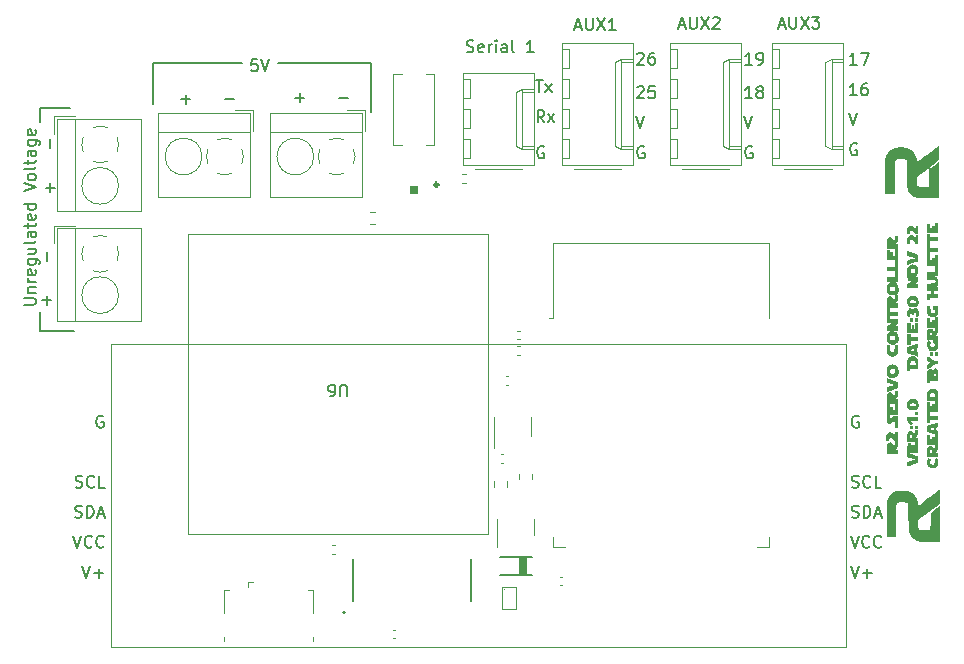
<source format=gbr>
%TF.GenerationSoftware,KiCad,Pcbnew,(6.0.0-0)*%
%TF.CreationDate,2022-12-05T13:27:30-05:00*%
%TF.ProjectId,Body_Servos,426f6479-5f53-4657-9276-6f732e6b6963,rev?*%
%TF.SameCoordinates,Original*%
%TF.FileFunction,Legend,Top*%
%TF.FilePolarity,Positive*%
%FSLAX46Y46*%
G04 Gerber Fmt 4.6, Leading zero omitted, Abs format (unit mm)*
G04 Created by KiCad (PCBNEW (6.0.0-0)) date 2022-12-05 13:27:30*
%MOMM*%
%LPD*%
G01*
G04 APERTURE LIST*
%ADD10C,0.150000*%
%ADD11C,0.120000*%
%ADD12C,0.300000*%
%ADD13C,0.010000*%
%ADD14C,0.101600*%
%ADD15C,0.103000*%
%ADD16C,0.127000*%
%ADD17C,0.200000*%
G04 APERTURE END LIST*
D10*
X61160000Y-109150000D02*
X64050000Y-109150000D01*
X89202000Y-90630000D02*
X89202000Y-86500000D01*
X78282000Y-86500000D02*
X70732000Y-86500000D01*
X61160000Y-107560000D02*
X61160000Y-109150000D01*
X61160000Y-90280000D02*
X61160000Y-91490000D01*
X70732000Y-86500000D02*
X70732000Y-90000000D01*
X63720000Y-90280000D02*
X61160000Y-90280000D01*
X89202000Y-86500000D02*
X81362000Y-86500000D01*
X123731714Y-83288666D02*
X124207904Y-83288666D01*
X123636476Y-83574380D02*
X123969809Y-82574380D01*
X124303142Y-83574380D01*
X124636476Y-82574380D02*
X124636476Y-83383904D01*
X124684095Y-83479142D01*
X124731714Y-83526761D01*
X124826952Y-83574380D01*
X125017428Y-83574380D01*
X125112666Y-83526761D01*
X125160285Y-83479142D01*
X125207904Y-83383904D01*
X125207904Y-82574380D01*
X125588857Y-82574380D02*
X126255523Y-83574380D01*
X126255523Y-82574380D02*
X125588857Y-83574380D01*
X126541238Y-82574380D02*
X127160285Y-82574380D01*
X126826952Y-82955333D01*
X126969809Y-82955333D01*
X127065047Y-83002952D01*
X127112666Y-83050571D01*
X127160285Y-83145809D01*
X127160285Y-83383904D01*
X127112666Y-83479142D01*
X127065047Y-83526761D01*
X126969809Y-83574380D01*
X126684095Y-83574380D01*
X126588857Y-83526761D01*
X126541238Y-83479142D01*
X64764000Y-129056380D02*
X65097333Y-130056380D01*
X65430666Y-129056380D01*
X65764000Y-129675428D02*
X66525904Y-129675428D01*
X66144952Y-130056380D02*
X66144952Y-129294476D01*
X121461333Y-93596000D02*
X121366095Y-93548380D01*
X121223238Y-93548380D01*
X121080381Y-93596000D01*
X120985143Y-93691238D01*
X120937524Y-93786476D01*
X120889905Y-93976952D01*
X120889905Y-94119809D01*
X120937524Y-94310285D01*
X120985143Y-94405523D01*
X121080381Y-94500761D01*
X121223238Y-94548380D01*
X121318476Y-94548380D01*
X121461333Y-94500761D01*
X121508952Y-94453142D01*
X121508952Y-94119809D01*
X121318476Y-94119809D01*
X62059428Y-97420952D02*
X62059428Y-96659047D01*
X62440380Y-97040000D02*
X61678476Y-97040000D01*
X121461333Y-89468380D02*
X120889905Y-89468380D01*
X121175619Y-89468380D02*
X121175619Y-88468380D01*
X121080381Y-88611238D01*
X120985143Y-88706476D01*
X120889905Y-88754095D01*
X122032762Y-88896952D02*
X121937524Y-88849333D01*
X121889905Y-88801714D01*
X121842286Y-88706476D01*
X121842286Y-88658857D01*
X121889905Y-88563619D01*
X121937524Y-88516000D01*
X122032762Y-88468380D01*
X122223238Y-88468380D01*
X122318476Y-88516000D01*
X122366095Y-88563619D01*
X122413714Y-88658857D01*
X122413714Y-88706476D01*
X122366095Y-88801714D01*
X122318476Y-88849333D01*
X122223238Y-88896952D01*
X122032762Y-88896952D01*
X121937524Y-88944571D01*
X121889905Y-88992190D01*
X121842286Y-89087428D01*
X121842286Y-89277904D01*
X121889905Y-89373142D01*
X121937524Y-89420761D01*
X122032762Y-89468380D01*
X122223238Y-89468380D01*
X122318476Y-89420761D01*
X122366095Y-89373142D01*
X122413714Y-89277904D01*
X122413714Y-89087428D01*
X122366095Y-88992190D01*
X122318476Y-88944571D01*
X122223238Y-88896952D01*
X61755428Y-106940952D02*
X61755428Y-106179047D01*
X62136380Y-106560000D02*
X61374476Y-106560000D01*
X97312666Y-85524761D02*
X97455523Y-85572380D01*
X97693619Y-85572380D01*
X97788857Y-85524761D01*
X97836476Y-85477142D01*
X97884095Y-85381904D01*
X97884095Y-85286666D01*
X97836476Y-85191428D01*
X97788857Y-85143809D01*
X97693619Y-85096190D01*
X97503142Y-85048571D01*
X97407904Y-85000952D01*
X97360285Y-84953333D01*
X97312666Y-84858095D01*
X97312666Y-84762857D01*
X97360285Y-84667619D01*
X97407904Y-84620000D01*
X97503142Y-84572380D01*
X97741238Y-84572380D01*
X97884095Y-84620000D01*
X98693619Y-85524761D02*
X98598380Y-85572380D01*
X98407904Y-85572380D01*
X98312666Y-85524761D01*
X98265047Y-85429523D01*
X98265047Y-85048571D01*
X98312666Y-84953333D01*
X98407904Y-84905714D01*
X98598380Y-84905714D01*
X98693619Y-84953333D01*
X98741238Y-85048571D01*
X98741238Y-85143809D01*
X98265047Y-85239047D01*
X99169809Y-85572380D02*
X99169809Y-84905714D01*
X99169809Y-85096190D02*
X99217428Y-85000952D01*
X99265047Y-84953333D01*
X99360285Y-84905714D01*
X99455523Y-84905714D01*
X99788857Y-85572380D02*
X99788857Y-84905714D01*
X99788857Y-84572380D02*
X99741238Y-84620000D01*
X99788857Y-84667619D01*
X99836476Y-84620000D01*
X99788857Y-84572380D01*
X99788857Y-84667619D01*
X100693619Y-85572380D02*
X100693619Y-85048571D01*
X100646000Y-84953333D01*
X100550761Y-84905714D01*
X100360285Y-84905714D01*
X100265047Y-84953333D01*
X100693619Y-85524761D02*
X100598380Y-85572380D01*
X100360285Y-85572380D01*
X100265047Y-85524761D01*
X100217428Y-85429523D01*
X100217428Y-85334285D01*
X100265047Y-85239047D01*
X100360285Y-85191428D01*
X100598380Y-85191428D01*
X100693619Y-85143809D01*
X101312666Y-85572380D02*
X101217428Y-85524761D01*
X101169809Y-85429523D01*
X101169809Y-84572380D01*
X102979333Y-85572380D02*
X102407904Y-85572380D01*
X102693619Y-85572380D02*
X102693619Y-84572380D01*
X102598380Y-84715238D01*
X102503142Y-84810476D01*
X102407904Y-84858095D01*
X120794666Y-90956380D02*
X121128000Y-91956380D01*
X121461333Y-90956380D01*
X103832190Y-93596000D02*
X103736952Y-93548380D01*
X103594095Y-93548380D01*
X103451238Y-93596000D01*
X103356000Y-93691238D01*
X103308381Y-93786476D01*
X103260762Y-93976952D01*
X103260762Y-94119809D01*
X103308381Y-94310285D01*
X103356000Y-94405523D01*
X103451238Y-94500761D01*
X103594095Y-94548380D01*
X103689333Y-94548380D01*
X103832190Y-94500761D01*
X103879809Y-94453142D01*
X103879809Y-94119809D01*
X103689333Y-94119809D01*
X111650666Y-90956380D02*
X111984000Y-91956380D01*
X112317333Y-90956380D01*
X106507714Y-83408666D02*
X106983904Y-83408666D01*
X106412476Y-83694380D02*
X106745809Y-82694380D01*
X107079142Y-83694380D01*
X107412476Y-82694380D02*
X107412476Y-83503904D01*
X107460095Y-83599142D01*
X107507714Y-83646761D01*
X107602952Y-83694380D01*
X107793428Y-83694380D01*
X107888666Y-83646761D01*
X107936285Y-83599142D01*
X107983904Y-83503904D01*
X107983904Y-82694380D01*
X108364857Y-82694380D02*
X109031523Y-83694380D01*
X109031523Y-82694380D02*
X108364857Y-83694380D01*
X109936285Y-83694380D02*
X109364857Y-83694380D01*
X109650571Y-83694380D02*
X109650571Y-82694380D01*
X109555333Y-82837238D01*
X109460095Y-82932476D01*
X109364857Y-82980095D01*
X129922856Y-122388761D02*
X130065713Y-122436380D01*
X130303809Y-122436380D01*
X130399047Y-122388761D01*
X130446666Y-122341142D01*
X130494285Y-122245904D01*
X130494285Y-122150666D01*
X130446666Y-122055428D01*
X130399047Y-122007809D01*
X130303809Y-121960190D01*
X130113333Y-121912571D01*
X130018094Y-121864952D01*
X129970475Y-121817333D01*
X129922856Y-121722095D01*
X129922856Y-121626857D01*
X129970475Y-121531619D01*
X130018094Y-121484000D01*
X130113333Y-121436380D01*
X130351428Y-121436380D01*
X130494285Y-121484000D01*
X131494285Y-122341142D02*
X131446666Y-122388761D01*
X131303809Y-122436380D01*
X131208571Y-122436380D01*
X131065713Y-122388761D01*
X130970475Y-122293523D01*
X130922856Y-122198285D01*
X130875237Y-122007809D01*
X130875237Y-121864952D01*
X130922856Y-121674476D01*
X130970475Y-121579238D01*
X131065713Y-121484000D01*
X131208571Y-121436380D01*
X131303809Y-121436380D01*
X131446666Y-121484000D01*
X131494285Y-121531619D01*
X132399047Y-122436380D02*
X131922856Y-122436380D01*
X131922856Y-121436380D01*
X62059428Y-93720952D02*
X62059428Y-92959047D01*
X86501047Y-89441428D02*
X87262952Y-89441428D01*
X64192570Y-122388761D02*
X64335427Y-122436380D01*
X64573523Y-122436380D01*
X64668761Y-122388761D01*
X64716380Y-122341142D01*
X64763999Y-122245904D01*
X64763999Y-122150666D01*
X64716380Y-122055428D01*
X64668761Y-122007809D01*
X64573523Y-121960190D01*
X64383047Y-121912571D01*
X64287808Y-121864952D01*
X64240189Y-121817333D01*
X64192570Y-121722095D01*
X64192570Y-121626857D01*
X64240189Y-121531619D01*
X64287808Y-121484000D01*
X64383047Y-121436380D01*
X64621142Y-121436380D01*
X64763999Y-121484000D01*
X65763999Y-122341142D02*
X65716380Y-122388761D01*
X65573523Y-122436380D01*
X65478285Y-122436380D01*
X65335427Y-122388761D01*
X65240189Y-122293523D01*
X65192570Y-122198285D01*
X65144951Y-122007809D01*
X65144951Y-121864952D01*
X65192570Y-121674476D01*
X65240189Y-121579238D01*
X65335427Y-121484000D01*
X65478285Y-121436380D01*
X65573523Y-121436380D01*
X65716380Y-121484000D01*
X65763999Y-121531619D01*
X66668761Y-122436380D02*
X66192570Y-122436380D01*
X66192570Y-121436380D01*
X59814380Y-106974761D02*
X60623904Y-106974761D01*
X60719142Y-106927142D01*
X60766761Y-106879523D01*
X60814380Y-106784285D01*
X60814380Y-106593809D01*
X60766761Y-106498571D01*
X60719142Y-106450952D01*
X60623904Y-106403333D01*
X59814380Y-106403333D01*
X60147714Y-105927142D02*
X60814380Y-105927142D01*
X60242952Y-105927142D02*
X60195333Y-105879523D01*
X60147714Y-105784285D01*
X60147714Y-105641428D01*
X60195333Y-105546190D01*
X60290571Y-105498571D01*
X60814380Y-105498571D01*
X60814380Y-105022380D02*
X60147714Y-105022380D01*
X60338190Y-105022380D02*
X60242952Y-104974761D01*
X60195333Y-104927142D01*
X60147714Y-104831904D01*
X60147714Y-104736666D01*
X60766761Y-104022380D02*
X60814380Y-104117619D01*
X60814380Y-104308095D01*
X60766761Y-104403333D01*
X60671523Y-104450952D01*
X60290571Y-104450952D01*
X60195333Y-104403333D01*
X60147714Y-104308095D01*
X60147714Y-104117619D01*
X60195333Y-104022380D01*
X60290571Y-103974761D01*
X60385809Y-103974761D01*
X60481047Y-104450952D01*
X60147714Y-103117619D02*
X60957238Y-103117619D01*
X61052476Y-103165238D01*
X61100095Y-103212857D01*
X61147714Y-103308095D01*
X61147714Y-103450952D01*
X61100095Y-103546190D01*
X60766761Y-103117619D02*
X60814380Y-103212857D01*
X60814380Y-103403333D01*
X60766761Y-103498571D01*
X60719142Y-103546190D01*
X60623904Y-103593809D01*
X60338190Y-103593809D01*
X60242952Y-103546190D01*
X60195333Y-103498571D01*
X60147714Y-103403333D01*
X60147714Y-103212857D01*
X60195333Y-103117619D01*
X60147714Y-102212857D02*
X60814380Y-102212857D01*
X60147714Y-102641428D02*
X60671523Y-102641428D01*
X60766761Y-102593809D01*
X60814380Y-102498571D01*
X60814380Y-102355714D01*
X60766761Y-102260476D01*
X60719142Y-102212857D01*
X60814380Y-101593809D02*
X60766761Y-101689047D01*
X60671523Y-101736666D01*
X59814380Y-101736666D01*
X60814380Y-100784285D02*
X60290571Y-100784285D01*
X60195333Y-100831904D01*
X60147714Y-100927142D01*
X60147714Y-101117619D01*
X60195333Y-101212857D01*
X60766761Y-100784285D02*
X60814380Y-100879523D01*
X60814380Y-101117619D01*
X60766761Y-101212857D01*
X60671523Y-101260476D01*
X60576285Y-101260476D01*
X60481047Y-101212857D01*
X60433428Y-101117619D01*
X60433428Y-100879523D01*
X60385809Y-100784285D01*
X60147714Y-100450952D02*
X60147714Y-100070000D01*
X59814380Y-100308095D02*
X60671523Y-100308095D01*
X60766761Y-100260476D01*
X60814380Y-100165238D01*
X60814380Y-100070000D01*
X60766761Y-99355714D02*
X60814380Y-99450952D01*
X60814380Y-99641428D01*
X60766761Y-99736666D01*
X60671523Y-99784285D01*
X60290571Y-99784285D01*
X60195333Y-99736666D01*
X60147714Y-99641428D01*
X60147714Y-99450952D01*
X60195333Y-99355714D01*
X60290571Y-99308095D01*
X60385809Y-99308095D01*
X60481047Y-99784285D01*
X60814380Y-98450952D02*
X59814380Y-98450952D01*
X60766761Y-98450952D02*
X60814380Y-98546190D01*
X60814380Y-98736666D01*
X60766761Y-98831904D01*
X60719142Y-98879523D01*
X60623904Y-98927142D01*
X60338190Y-98927142D01*
X60242952Y-98879523D01*
X60195333Y-98831904D01*
X60147714Y-98736666D01*
X60147714Y-98546190D01*
X60195333Y-98450952D01*
X59814380Y-97355714D02*
X60814380Y-97022380D01*
X59814380Y-96689047D01*
X60814380Y-96212857D02*
X60766761Y-96308095D01*
X60719142Y-96355714D01*
X60623904Y-96403333D01*
X60338190Y-96403333D01*
X60242952Y-96355714D01*
X60195333Y-96308095D01*
X60147714Y-96212857D01*
X60147714Y-96070000D01*
X60195333Y-95974761D01*
X60242952Y-95927142D01*
X60338190Y-95879523D01*
X60623904Y-95879523D01*
X60719142Y-95927142D01*
X60766761Y-95974761D01*
X60814380Y-96070000D01*
X60814380Y-96212857D01*
X60814380Y-95308095D02*
X60766761Y-95403333D01*
X60671523Y-95450952D01*
X59814380Y-95450952D01*
X60147714Y-95070000D02*
X60147714Y-94689047D01*
X59814380Y-94927142D02*
X60671523Y-94927142D01*
X60766761Y-94879523D01*
X60814380Y-94784285D01*
X60814380Y-94689047D01*
X60814380Y-93927142D02*
X60290571Y-93927142D01*
X60195333Y-93974761D01*
X60147714Y-94070000D01*
X60147714Y-94260476D01*
X60195333Y-94355714D01*
X60766761Y-93927142D02*
X60814380Y-94022380D01*
X60814380Y-94260476D01*
X60766761Y-94355714D01*
X60671523Y-94403333D01*
X60576285Y-94403333D01*
X60481047Y-94355714D01*
X60433428Y-94260476D01*
X60433428Y-94022380D01*
X60385809Y-93927142D01*
X60147714Y-93022380D02*
X60957238Y-93022380D01*
X61052476Y-93070000D01*
X61100095Y-93117619D01*
X61147714Y-93212857D01*
X61147714Y-93355714D01*
X61100095Y-93450952D01*
X60766761Y-93022380D02*
X60814380Y-93117619D01*
X60814380Y-93308095D01*
X60766761Y-93403333D01*
X60719142Y-93450952D01*
X60623904Y-93498571D01*
X60338190Y-93498571D01*
X60242952Y-93450952D01*
X60195333Y-93403333D01*
X60147714Y-93308095D01*
X60147714Y-93117619D01*
X60195333Y-93022380D01*
X60766761Y-92165238D02*
X60814380Y-92260476D01*
X60814380Y-92450952D01*
X60766761Y-92546190D01*
X60671523Y-92593809D01*
X60290571Y-92593809D01*
X60195333Y-92546190D01*
X60147714Y-92450952D01*
X60147714Y-92260476D01*
X60195333Y-92165238D01*
X60290571Y-92117619D01*
X60385809Y-92117619D01*
X60481047Y-92593809D01*
X64002094Y-126516380D02*
X64335428Y-127516380D01*
X64668761Y-126516380D01*
X65573523Y-127421142D02*
X65525904Y-127468761D01*
X65383047Y-127516380D01*
X65287808Y-127516380D01*
X65144951Y-127468761D01*
X65049713Y-127373523D01*
X65002094Y-127278285D01*
X64954475Y-127087809D01*
X64954475Y-126944952D01*
X65002094Y-126754476D01*
X65049713Y-126659238D01*
X65144951Y-126564000D01*
X65287808Y-126516380D01*
X65383047Y-126516380D01*
X65525904Y-126564000D01*
X65573523Y-126611619D01*
X66573523Y-127421142D02*
X66525904Y-127468761D01*
X66383047Y-127516380D01*
X66287808Y-127516380D01*
X66144951Y-127468761D01*
X66049713Y-127373523D01*
X66002094Y-127278285D01*
X65954475Y-127087809D01*
X65954475Y-126944952D01*
X66002094Y-126754476D01*
X66049713Y-126659238D01*
X66144951Y-126564000D01*
X66287808Y-126516380D01*
X66383047Y-126516380D01*
X66525904Y-126564000D01*
X66573523Y-126611619D01*
X82801047Y-89441428D02*
X83562952Y-89441428D01*
X83182000Y-89822380D02*
X83182000Y-89060476D01*
X79581523Y-86182380D02*
X79105333Y-86182380D01*
X79057714Y-86658571D01*
X79105333Y-86610952D01*
X79200571Y-86563333D01*
X79438666Y-86563333D01*
X79533904Y-86610952D01*
X79581523Y-86658571D01*
X79629142Y-86753809D01*
X79629142Y-86991904D01*
X79581523Y-87087142D01*
X79533904Y-87134761D01*
X79438666Y-87182380D01*
X79200571Y-87182380D01*
X79105333Y-87134761D01*
X79057714Y-87087142D01*
X79914857Y-86182380D02*
X80248190Y-87182380D01*
X80581523Y-86182380D01*
X64144952Y-124928761D02*
X64287809Y-124976380D01*
X64525904Y-124976380D01*
X64621142Y-124928761D01*
X64668761Y-124881142D01*
X64716380Y-124785904D01*
X64716380Y-124690666D01*
X64668761Y-124595428D01*
X64621142Y-124547809D01*
X64525904Y-124500190D01*
X64335428Y-124452571D01*
X64240190Y-124404952D01*
X64192571Y-124357333D01*
X64144952Y-124262095D01*
X64144952Y-124166857D01*
X64192571Y-124071619D01*
X64240190Y-124024000D01*
X64335428Y-123976380D01*
X64573523Y-123976380D01*
X64716380Y-124024000D01*
X65144952Y-124976380D02*
X65144952Y-123976380D01*
X65383047Y-123976380D01*
X65525904Y-124024000D01*
X65621142Y-124119238D01*
X65668761Y-124214476D01*
X65716380Y-124404952D01*
X65716380Y-124547809D01*
X65668761Y-124738285D01*
X65621142Y-124833523D01*
X65525904Y-124928761D01*
X65383047Y-124976380D01*
X65144952Y-124976380D01*
X66097333Y-124690666D02*
X66573523Y-124690666D01*
X66002095Y-124976380D02*
X66335428Y-123976380D01*
X66668761Y-124976380D01*
X112317333Y-93596000D02*
X112222095Y-93548380D01*
X112079238Y-93548380D01*
X111936381Y-93596000D01*
X111841143Y-93691238D01*
X111793524Y-93786476D01*
X111745905Y-93976952D01*
X111745905Y-94119809D01*
X111793524Y-94310285D01*
X111841143Y-94405523D01*
X111936381Y-94500761D01*
X112079238Y-94548380D01*
X112174476Y-94548380D01*
X112317333Y-94500761D01*
X112364952Y-94453142D01*
X112364952Y-94119809D01*
X112174476Y-94119809D01*
X76831047Y-89541428D02*
X77592952Y-89541428D01*
X130335523Y-93342000D02*
X130240285Y-93294380D01*
X130097428Y-93294380D01*
X129954571Y-93342000D01*
X129859333Y-93437238D01*
X129811714Y-93532476D01*
X129764095Y-93722952D01*
X129764095Y-93865809D01*
X129811714Y-94056285D01*
X129859333Y-94151523D01*
X129954571Y-94246761D01*
X130097428Y-94294380D01*
X130192666Y-94294380D01*
X130335523Y-94246761D01*
X130383142Y-94199142D01*
X130383142Y-93865809D01*
X130192666Y-93865809D01*
X130335523Y-89214380D02*
X129764095Y-89214380D01*
X130049809Y-89214380D02*
X130049809Y-88214380D01*
X129954571Y-88357238D01*
X129859333Y-88452476D01*
X129764095Y-88500095D01*
X131192666Y-88214380D02*
X131002190Y-88214380D01*
X130906952Y-88262000D01*
X130859333Y-88309619D01*
X130764095Y-88452476D01*
X130716476Y-88642952D01*
X130716476Y-89023904D01*
X130764095Y-89119142D01*
X130811714Y-89166761D01*
X130906952Y-89214380D01*
X131097428Y-89214380D01*
X131192666Y-89166761D01*
X131240285Y-89119142D01*
X131287904Y-89023904D01*
X131287904Y-88785809D01*
X131240285Y-88690571D01*
X131192666Y-88642952D01*
X131097428Y-88595333D01*
X130906952Y-88595333D01*
X130811714Y-88642952D01*
X130764095Y-88690571D01*
X130716476Y-88785809D01*
X121461333Y-86622380D02*
X120889905Y-86622380D01*
X121175619Y-86622380D02*
X121175619Y-85622380D01*
X121080381Y-85765238D01*
X120985143Y-85860476D01*
X120889905Y-85908095D01*
X121937524Y-86622380D02*
X122128000Y-86622380D01*
X122223238Y-86574761D01*
X122270857Y-86527142D01*
X122366095Y-86384285D01*
X122413714Y-86193809D01*
X122413714Y-85812857D01*
X122366095Y-85717619D01*
X122318476Y-85670000D01*
X122223238Y-85622380D01*
X122032762Y-85622380D01*
X121937524Y-85670000D01*
X121889905Y-85717619D01*
X121842286Y-85812857D01*
X121842286Y-86050952D01*
X121889905Y-86146190D01*
X121937524Y-86193809D01*
X122032762Y-86241428D01*
X122223238Y-86241428D01*
X122318476Y-86193809D01*
X122366095Y-86146190D01*
X122413714Y-86050952D01*
X129922857Y-124928761D02*
X130065714Y-124976380D01*
X130303809Y-124976380D01*
X130399047Y-124928761D01*
X130446666Y-124881142D01*
X130494285Y-124785904D01*
X130494285Y-124690666D01*
X130446666Y-124595428D01*
X130399047Y-124547809D01*
X130303809Y-124500190D01*
X130113333Y-124452571D01*
X130018095Y-124404952D01*
X129970476Y-124357333D01*
X129922857Y-124262095D01*
X129922857Y-124166857D01*
X129970476Y-124071619D01*
X130018095Y-124024000D01*
X130113333Y-123976380D01*
X130351428Y-123976380D01*
X130494285Y-124024000D01*
X130922857Y-124976380D02*
X130922857Y-123976380D01*
X131160952Y-123976380D01*
X131303809Y-124024000D01*
X131399047Y-124119238D01*
X131446666Y-124214476D01*
X131494285Y-124404952D01*
X131494285Y-124547809D01*
X131446666Y-124738285D01*
X131399047Y-124833523D01*
X131303809Y-124928761D01*
X131160952Y-124976380D01*
X130922857Y-124976380D01*
X131875238Y-124690666D02*
X132351428Y-124690666D01*
X131780000Y-124976380D02*
X132113333Y-123976380D01*
X132446666Y-124976380D01*
X129668856Y-90702380D02*
X130002190Y-91702380D01*
X130335523Y-90702380D01*
X130335523Y-86622380D02*
X129764095Y-86622380D01*
X130049809Y-86622380D02*
X130049809Y-85622380D01*
X129954571Y-85765238D01*
X129859333Y-85860476D01*
X129764095Y-85908095D01*
X130668857Y-85622380D02*
X131335523Y-85622380D01*
X130906952Y-86622380D01*
X61755428Y-103240952D02*
X61755428Y-102479047D01*
X66525904Y-116404000D02*
X66430666Y-116356380D01*
X66287809Y-116356380D01*
X66144952Y-116404000D01*
X66049714Y-116499238D01*
X66002095Y-116594476D01*
X65954476Y-116784952D01*
X65954476Y-116927809D01*
X66002095Y-117118285D01*
X66049714Y-117213523D01*
X66144952Y-117308761D01*
X66287809Y-117356380D01*
X66383047Y-117356380D01*
X66525904Y-117308761D01*
X66573523Y-117261142D01*
X66573523Y-116927809D01*
X66383047Y-116927809D01*
X111745905Y-85717619D02*
X111793524Y-85670000D01*
X111888762Y-85622380D01*
X112126857Y-85622380D01*
X112222095Y-85670000D01*
X112269714Y-85717619D01*
X112317333Y-85812857D01*
X112317333Y-85908095D01*
X112269714Y-86050952D01*
X111698286Y-86622380D01*
X112317333Y-86622380D01*
X113174476Y-85622380D02*
X112984000Y-85622380D01*
X112888762Y-85670000D01*
X112841143Y-85717619D01*
X112745905Y-85860476D01*
X112698286Y-86050952D01*
X112698286Y-86431904D01*
X112745905Y-86527142D01*
X112793524Y-86574761D01*
X112888762Y-86622380D01*
X113079238Y-86622380D01*
X113174476Y-86574761D01*
X113222095Y-86527142D01*
X113269714Y-86431904D01*
X113269714Y-86193809D01*
X113222095Y-86098571D01*
X113174476Y-86050952D01*
X113079238Y-86003333D01*
X112888762Y-86003333D01*
X112793524Y-86050952D01*
X112745905Y-86098571D01*
X112698286Y-86193809D01*
X103879809Y-91500380D02*
X103546476Y-91024190D01*
X103308381Y-91500380D02*
X103308381Y-90500380D01*
X103689333Y-90500380D01*
X103784571Y-90548000D01*
X103832190Y-90595619D01*
X103879809Y-90690857D01*
X103879809Y-90833714D01*
X103832190Y-90928952D01*
X103784571Y-90976571D01*
X103689333Y-91024190D01*
X103308381Y-91024190D01*
X104213143Y-91500380D02*
X104736952Y-90833714D01*
X104213143Y-90833714D02*
X104736952Y-91500380D01*
X115293714Y-83308666D02*
X115769904Y-83308666D01*
X115198476Y-83594380D02*
X115531809Y-82594380D01*
X115865142Y-83594380D01*
X116198476Y-82594380D02*
X116198476Y-83403904D01*
X116246095Y-83499142D01*
X116293714Y-83546761D01*
X116388952Y-83594380D01*
X116579428Y-83594380D01*
X116674666Y-83546761D01*
X116722285Y-83499142D01*
X116769904Y-83403904D01*
X116769904Y-82594380D01*
X117150857Y-82594380D02*
X117817523Y-83594380D01*
X117817523Y-82594380D02*
X117150857Y-83594380D01*
X118150857Y-82689619D02*
X118198476Y-82642000D01*
X118293714Y-82594380D01*
X118531809Y-82594380D01*
X118627047Y-82642000D01*
X118674666Y-82689619D01*
X118722285Y-82784857D01*
X118722285Y-82880095D01*
X118674666Y-83022952D01*
X118103238Y-83594380D01*
X118722285Y-83594380D01*
X103165523Y-87908380D02*
X103736952Y-87908380D01*
X103451238Y-88908380D02*
X103451238Y-87908380D01*
X103975047Y-88908380D02*
X104498857Y-88241714D01*
X103975047Y-88241714D02*
X104498857Y-88908380D01*
X130494285Y-116404000D02*
X130399047Y-116356380D01*
X130256190Y-116356380D01*
X130113333Y-116404000D01*
X130018095Y-116499238D01*
X129970476Y-116594476D01*
X129922857Y-116784952D01*
X129922857Y-116927809D01*
X129970476Y-117118285D01*
X130018095Y-117213523D01*
X130113333Y-117308761D01*
X130256190Y-117356380D01*
X130351428Y-117356380D01*
X130494285Y-117308761D01*
X130541904Y-117261142D01*
X130541904Y-116927809D01*
X130351428Y-116927809D01*
X73131047Y-89541428D02*
X73892952Y-89541428D01*
X73512000Y-89922380D02*
X73512000Y-89160476D01*
X129827618Y-126516380D02*
X130160952Y-127516380D01*
X130494285Y-126516380D01*
X131399047Y-127421142D02*
X131351428Y-127468761D01*
X131208571Y-127516380D01*
X131113332Y-127516380D01*
X130970475Y-127468761D01*
X130875237Y-127373523D01*
X130827618Y-127278285D01*
X130779999Y-127087809D01*
X130779999Y-126944952D01*
X130827618Y-126754476D01*
X130875237Y-126659238D01*
X130970475Y-126564000D01*
X131113332Y-126516380D01*
X131208571Y-126516380D01*
X131351428Y-126564000D01*
X131399047Y-126611619D01*
X132399047Y-127421142D02*
X132351428Y-127468761D01*
X132208571Y-127516380D01*
X132113332Y-127516380D01*
X131970475Y-127468761D01*
X131875237Y-127373523D01*
X131827618Y-127278285D01*
X131779999Y-127087809D01*
X131779999Y-126944952D01*
X131827618Y-126754476D01*
X131875237Y-126659238D01*
X131970475Y-126564000D01*
X132113332Y-126516380D01*
X132208571Y-126516380D01*
X132351428Y-126564000D01*
X132399047Y-126611619D01*
X129827619Y-129056380D02*
X130160952Y-130056380D01*
X130494285Y-129056380D01*
X130827619Y-129675428D02*
X131589523Y-129675428D01*
X131208571Y-130056380D02*
X131208571Y-129294476D01*
X111745905Y-88563619D02*
X111793524Y-88516000D01*
X111888762Y-88468380D01*
X112126857Y-88468380D01*
X112222095Y-88516000D01*
X112269714Y-88563619D01*
X112317333Y-88658857D01*
X112317333Y-88754095D01*
X112269714Y-88896952D01*
X111698286Y-89468380D01*
X112317333Y-89468380D01*
X113222095Y-88468380D02*
X112745905Y-88468380D01*
X112698286Y-88944571D01*
X112745905Y-88896952D01*
X112841143Y-88849333D01*
X113079238Y-88849333D01*
X113174476Y-88896952D01*
X113222095Y-88944571D01*
X113269714Y-89039809D01*
X113269714Y-89277904D01*
X113222095Y-89373142D01*
X113174476Y-89420761D01*
X113079238Y-89468380D01*
X112841143Y-89468380D01*
X112745905Y-89420761D01*
X112698286Y-89373142D01*
%TO.C,U6*%
X87176904Y-114712619D02*
X87176904Y-113903095D01*
X87129285Y-113807857D01*
X87081666Y-113760238D01*
X86986428Y-113712619D01*
X86795952Y-113712619D01*
X86700714Y-113760238D01*
X86653095Y-113807857D01*
X86605476Y-113903095D01*
X86605476Y-114712619D01*
X85700714Y-114712619D02*
X85891190Y-114712619D01*
X85986428Y-114665000D01*
X86034047Y-114617380D01*
X86129285Y-114474523D01*
X86176904Y-114284047D01*
X86176904Y-113903095D01*
X86129285Y-113807857D01*
X86081666Y-113760238D01*
X85986428Y-113712619D01*
X85795952Y-113712619D01*
X85700714Y-113760238D01*
X85653095Y-113807857D01*
X85605476Y-113903095D01*
X85605476Y-114141190D01*
X85653095Y-114236428D01*
X85700714Y-114284047D01*
X85795952Y-114331666D01*
X85986428Y-114331666D01*
X86081666Y-114284047D01*
X86129285Y-114236428D01*
X86176904Y-114141190D01*
D11*
%TO.C,C7*%
X100837836Y-113030000D02*
X100622164Y-113030000D01*
X100837836Y-113750000D02*
X100622164Y-113750000D01*
%TO.C,L1*%
D12*
X94894000Y-96797000D02*
G75*
G03*
X94894000Y-96797000I-150000J0D01*
G01*
D13*
X92544000Y-96897000D02*
X93144000Y-96897000D01*
X93144000Y-96897000D02*
X93144000Y-97497000D01*
X93144000Y-97497000D02*
X92544000Y-97497000D01*
X92544000Y-97497000D02*
X92544000Y-96897000D01*
G36*
X93144000Y-97497000D02*
G01*
X92544000Y-97497000D01*
X92544000Y-96897000D01*
X93144000Y-96897000D01*
X93144000Y-97497000D01*
G37*
X93144000Y-97497000D02*
X92544000Y-97497000D01*
X92544000Y-96897000D01*
X93144000Y-96897000D01*
X93144000Y-97497000D01*
D11*
%TO.C,J5*%
X69733333Y-99050000D02*
X62613333Y-99050000D01*
X64113333Y-90990000D02*
X62373333Y-90990000D01*
X69733333Y-91230000D02*
X69733333Y-99050000D01*
X62373333Y-90990000D02*
X62373333Y-92490000D01*
X64173333Y-91230000D02*
X64173333Y-99050000D01*
X62613333Y-91230000D02*
X62613333Y-99050000D01*
X69733333Y-91230000D02*
X62613333Y-91230000D01*
X64841333Y-92782000D02*
G75*
G03*
X64717840Y-93417011I1431988J-607998D01*
G01*
X65665333Y-94822000D02*
G75*
G03*
X66881075Y-94822109I607999J1432003D01*
G01*
X64718333Y-93390000D02*
G75*
G03*
X64841948Y-93997587I1554997J-1D01*
G01*
X67705333Y-93998000D02*
G75*
G03*
X67705442Y-92782258I-1432003J607999D01*
G01*
X66881333Y-91958000D02*
G75*
G03*
X65665591Y-91957891I-607999J-1432003D01*
G01*
X67828333Y-96890000D02*
G75*
G03*
X67828333Y-96890000I-1555000J0D01*
G01*
%TO.C,G\u002A\u002A\u002A*%
G36*
X137270543Y-94728031D02*
G01*
X136341412Y-95433475D01*
X135412280Y-96138920D01*
X135418014Y-96455996D01*
X135421202Y-96585190D01*
X135426402Y-96684490D01*
X135434978Y-96759005D01*
X135448294Y-96813844D01*
X135467716Y-96854117D01*
X135494606Y-96884933D01*
X135530331Y-96911403D01*
X135541483Y-96918355D01*
X135592563Y-96944146D01*
X135653154Y-96963558D01*
X135728111Y-96977176D01*
X135822295Y-96985586D01*
X135940562Y-96989374D01*
X136087771Y-96989126D01*
X136123954Y-96988598D01*
X136456552Y-96983134D01*
X136465305Y-96235742D01*
X136474057Y-95488350D01*
X136865636Y-95189809D01*
X136967148Y-95112589D01*
X137059346Y-95042786D01*
X137138645Y-94983089D01*
X137201456Y-94936186D01*
X137244193Y-94904767D01*
X137263270Y-94891520D01*
X137263879Y-94891267D01*
X137264871Y-94908354D01*
X137265819Y-94957948D01*
X137266711Y-95037544D01*
X137267537Y-95144636D01*
X137268285Y-95276722D01*
X137268946Y-95431296D01*
X137269507Y-95605854D01*
X137269958Y-95797893D01*
X137270288Y-96004907D01*
X137270486Y-96224392D01*
X137270543Y-96424285D01*
X137270543Y-97957303D01*
X136417166Y-97950378D01*
X136212383Y-97948675D01*
X136039104Y-97946912D01*
X135893822Y-97944712D01*
X135773031Y-97941696D01*
X135673226Y-97937487D01*
X135590900Y-97931708D01*
X135522547Y-97923980D01*
X135464662Y-97913925D01*
X135413739Y-97901167D01*
X135366272Y-97885327D01*
X135318755Y-97866027D01*
X135267682Y-97842890D01*
X135222546Y-97821665D01*
X135053151Y-97725424D01*
X134910933Y-97608577D01*
X134794327Y-97469259D01*
X134701771Y-97305601D01*
X134631883Y-97116361D01*
X134625939Y-97092314D01*
X134620765Y-97061937D01*
X134616276Y-97022541D01*
X134612387Y-96971437D01*
X134609012Y-96905934D01*
X134606066Y-96823345D01*
X134603463Y-96720978D01*
X134601119Y-96596144D01*
X134598947Y-96446155D01*
X134596862Y-96268320D01*
X134594778Y-96059950D01*
X134593354Y-95903445D01*
X134591338Y-95678388D01*
X134589502Y-95485695D01*
X134587742Y-95322722D01*
X134585952Y-95186825D01*
X134584028Y-95075359D01*
X134581866Y-94985679D01*
X134579362Y-94915140D01*
X134576410Y-94861099D01*
X134572907Y-94820910D01*
X134568748Y-94791930D01*
X134563829Y-94771513D01*
X134558044Y-94757014D01*
X134551290Y-94745791D01*
X134547407Y-94740433D01*
X134515395Y-94699639D01*
X134485047Y-94669215D01*
X134450637Y-94647531D01*
X134406439Y-94632958D01*
X134346725Y-94623868D01*
X134265770Y-94618632D01*
X134157847Y-94615620D01*
X134105250Y-94614663D01*
X133993169Y-94612996D01*
X133909958Y-94612744D01*
X133849484Y-94614460D01*
X133805616Y-94618696D01*
X133772225Y-94626007D01*
X133743179Y-94636943D01*
X133716993Y-94649674D01*
X133649613Y-94696104D01*
X133602588Y-94760796D01*
X133598834Y-94768063D01*
X133559447Y-94846169D01*
X133559454Y-96212240D01*
X133559461Y-97578310D01*
X132745457Y-97570360D01*
X132745457Y-96086396D01*
X132745500Y-95822152D01*
X132745662Y-95590560D01*
X132745986Y-95389263D01*
X132746519Y-95215902D01*
X132747306Y-95068119D01*
X132748393Y-94943557D01*
X132749824Y-94839857D01*
X132751647Y-94754662D01*
X132753905Y-94685613D01*
X132756644Y-94630353D01*
X132759911Y-94586523D01*
X132763750Y-94551765D01*
X132768206Y-94523723D01*
X132773327Y-94500036D01*
X132776269Y-94488648D01*
X132844920Y-94297941D01*
X132941334Y-94128077D01*
X133064260Y-93980304D01*
X133212445Y-93855871D01*
X133384638Y-93756028D01*
X133579588Y-93682023D01*
X133586494Y-93680007D01*
X133636858Y-93666283D01*
X133683977Y-93656083D01*
X133734230Y-93648910D01*
X133794001Y-93644266D01*
X133869672Y-93641656D01*
X133967624Y-93640582D01*
X134093355Y-93640545D01*
X134231837Y-93641547D01*
X134341175Y-93644112D01*
X134427216Y-93648613D01*
X134495803Y-93655418D01*
X134552785Y-93664897D01*
X134581516Y-93671439D01*
X134758948Y-93733122D01*
X134920263Y-93823939D01*
X135063008Y-93940791D01*
X135184730Y-94080580D01*
X135282976Y-94240207D01*
X135355294Y-94416574D01*
X135399232Y-94606580D01*
X135410591Y-94718961D01*
X135415091Y-94791779D01*
X135419579Y-94849369D01*
X135423418Y-94884275D01*
X135425260Y-94891267D01*
X135439703Y-94880935D01*
X135479561Y-94851151D01*
X135542441Y-94803732D01*
X135625947Y-94740497D01*
X135727686Y-94663262D01*
X135845264Y-94573845D01*
X135976288Y-94474064D01*
X136118362Y-94365736D01*
X136269094Y-94250679D01*
X136284844Y-94238650D01*
X136438505Y-94121287D01*
X136585426Y-94009088D01*
X136722979Y-93904057D01*
X136848540Y-93808197D01*
X136959483Y-93723514D01*
X137053181Y-93652011D01*
X137127009Y-93595692D01*
X137178341Y-93556563D01*
X137204552Y-93536627D01*
X137204898Y-93536365D01*
X137270543Y-93486698D01*
X137270543Y-94728031D01*
G37*
%TO.C,J3*%
X105974000Y-89486000D02*
X105974000Y-87886000D01*
X105374000Y-95146000D02*
X111394000Y-95146000D01*
X109864000Y-93516000D02*
X109864000Y-86396000D01*
X105374000Y-89486000D02*
X105974000Y-89486000D01*
X105974000Y-92966000D02*
X105374000Y-92966000D01*
X105974000Y-92026000D02*
X105974000Y-90426000D01*
X105974000Y-94566000D02*
X105974000Y-92966000D01*
X111394000Y-84766000D02*
X105374000Y-84766000D01*
X105974000Y-85346000D02*
X105374000Y-85346000D01*
X110394000Y-86146000D02*
X111394000Y-86146000D01*
X111394000Y-93516000D02*
X110394000Y-93516000D01*
X110394000Y-93766000D02*
X110394000Y-86146000D01*
X111394000Y-86396000D02*
X110394000Y-86396000D01*
X105374000Y-84766000D02*
X105374000Y-95146000D01*
X105374000Y-86946000D02*
X105974000Y-86946000D01*
X111394000Y-93766000D02*
X110394000Y-93766000D01*
X105374000Y-94566000D02*
X105974000Y-94566000D01*
X110394000Y-93766000D02*
X109864000Y-93516000D01*
X105974000Y-90426000D02*
X105374000Y-90426000D01*
X105974000Y-87886000D02*
X105374000Y-87886000D01*
X111394000Y-95146000D02*
X111394000Y-84766000D01*
X105374000Y-92026000D02*
X105974000Y-92026000D01*
X109864000Y-86396000D02*
X110394000Y-86146000D01*
X105974000Y-86946000D02*
X105974000Y-85346000D01*
X106404000Y-95436000D02*
X110404000Y-95436000D01*
%TO.C,J1*%
X76760000Y-135450000D02*
X76760000Y-135050000D01*
X78760000Y-130870000D02*
X78760000Y-130420000D01*
X76760000Y-133080000D02*
X76760000Y-131100000D01*
X79210000Y-130420000D02*
X78760000Y-130420000D01*
X84280000Y-131100000D02*
X83860000Y-131100000D01*
X76760000Y-131100000D02*
X77180000Y-131100000D01*
X84280000Y-135050000D02*
X84280000Y-135450000D01*
X84280000Y-133080000D02*
X84280000Y-131100000D01*
%TO.C,J8*%
X88458000Y-90750000D02*
X80638000Y-90750000D01*
X88458000Y-92310000D02*
X80638000Y-92310000D01*
X80638000Y-97870000D02*
X80638000Y-90750000D01*
X88458000Y-97870000D02*
X88458000Y-90750000D01*
X88698000Y-92250000D02*
X88698000Y-90510000D01*
X88698000Y-90510000D02*
X87198000Y-90510000D01*
X88458000Y-97870000D02*
X80638000Y-97870000D01*
X86906000Y-92978000D02*
G75*
G03*
X86270989Y-92854507I-607998J-1431988D01*
G01*
X84866000Y-93802000D02*
G75*
G03*
X84865891Y-95017742I1432003J-607999D01*
G01*
X87730000Y-95018000D02*
G75*
G03*
X87730109Y-93802258I-1432003J607999D01*
G01*
X86298000Y-92855000D02*
G75*
G03*
X85690413Y-92978615I-1J-1554997D01*
G01*
X85690000Y-95842000D02*
G75*
G03*
X86905742Y-95842109I607999J1432003D01*
G01*
X84353000Y-94410000D02*
G75*
G03*
X84353000Y-94410000I-1555000J0D01*
G01*
%TO.C,J2*%
X128198000Y-93766000D02*
X128198000Y-86146000D01*
X123178000Y-84766000D02*
X123178000Y-95146000D01*
X127668000Y-86396000D02*
X128198000Y-86146000D01*
X124208000Y-95436000D02*
X128208000Y-95436000D01*
X129198000Y-86396000D02*
X128198000Y-86396000D01*
X123178000Y-92026000D02*
X123778000Y-92026000D01*
X129198000Y-93516000D02*
X128198000Y-93516000D01*
X129198000Y-95146000D02*
X129198000Y-84766000D01*
X123778000Y-87886000D02*
X123178000Y-87886000D01*
X123178000Y-94566000D02*
X123778000Y-94566000D01*
X127668000Y-93516000D02*
X127668000Y-86396000D01*
X123778000Y-89486000D02*
X123778000Y-87886000D01*
X129198000Y-84766000D02*
X123178000Y-84766000D01*
X123778000Y-92026000D02*
X123778000Y-90426000D01*
X123178000Y-95146000D02*
X129198000Y-95146000D01*
X123778000Y-94566000D02*
X123778000Y-92966000D01*
X123778000Y-85346000D02*
X123178000Y-85346000D01*
X128198000Y-93766000D02*
X127668000Y-93516000D01*
X123778000Y-90426000D02*
X123178000Y-90426000D01*
X123178000Y-89486000D02*
X123778000Y-89486000D01*
X123778000Y-92966000D02*
X123178000Y-92966000D01*
X123778000Y-86946000D02*
X123778000Y-85346000D01*
X129198000Y-93766000D02*
X128198000Y-93766000D01*
X123178000Y-86946000D02*
X123778000Y-86946000D01*
X128198000Y-86146000D02*
X129198000Y-86146000D01*
%TO.C,U7*%
X67215000Y-135977000D02*
X129445000Y-135977000D01*
X129445000Y-110323000D02*
X129445000Y-135977000D01*
X67215000Y-110323000D02*
X129445000Y-110323000D01*
X67215000Y-110323000D02*
X67215000Y-135977000D01*
%TO.C,C3*%
X101807836Y-109870000D02*
X101592164Y-109870000D01*
X101807836Y-109150000D02*
X101592164Y-109150000D01*
D14*
%TO.C,U5*%
X101470000Y-132743800D02*
X100320000Y-132743800D01*
X100320000Y-130843800D02*
X101470000Y-130843800D01*
X100320000Y-132743800D02*
X100320000Y-130843800D01*
X101470000Y-130843800D02*
X101470000Y-132743800D01*
D15*
X100571500Y-131043800D02*
G75*
G03*
X100571500Y-131043800I-51500J0D01*
G01*
D11*
%TO.C,C5*%
X100182164Y-119630000D02*
X100397836Y-119630000D01*
X100182164Y-120350000D02*
X100397836Y-120350000D01*
%TO.C,R2*%
X99647500Y-122387258D02*
X99647500Y-121912742D01*
X100692500Y-122387258D02*
X100692500Y-121912742D01*
%TO.C,U3*%
X102760000Y-117270000D02*
X102760000Y-116470000D01*
X99640000Y-117270000D02*
X99640000Y-119070000D01*
X99640000Y-117270000D02*
X99640000Y-116470000D01*
X102760000Y-117270000D02*
X102760000Y-118070000D01*
%TO.C,U6*%
X73715000Y-100965000D02*
X99115000Y-100965000D01*
X73715000Y-126365000D02*
X73715000Y-100965000D01*
X99115000Y-100965000D02*
X99115000Y-126365000D01*
X73715000Y-126365000D02*
X99115000Y-126365000D01*
%TO.C,R1*%
X89094742Y-100146500D02*
X89569258Y-100146500D01*
X89094742Y-99101500D02*
X89569258Y-99101500D01*
%TO.C,C1*%
X105383836Y-129976000D02*
X105168164Y-129976000D01*
X105383836Y-130696000D02*
X105168164Y-130696000D01*
D16*
%TO.C,U4*%
X97675000Y-132045000D02*
X97675000Y-128495000D01*
X87675000Y-132045000D02*
X87675000Y-128495000D01*
X97675000Y-132045000D02*
X97675000Y-128495000D01*
X87675000Y-132045000D02*
X87675000Y-128495000D01*
D17*
X87020000Y-133020000D02*
G75*
G03*
X87020000Y-133020000I-100000J0D01*
G01*
D11*
%TO.C,J6*%
X69733333Y-108310000D02*
X62613333Y-108310000D01*
X69733333Y-100490000D02*
X69733333Y-108310000D01*
X62613333Y-100490000D02*
X62613333Y-108310000D01*
X64173333Y-100490000D02*
X64173333Y-108310000D01*
X69733333Y-100490000D02*
X62613333Y-100490000D01*
X62373333Y-100250000D02*
X62373333Y-101750000D01*
X64113333Y-100250000D02*
X62373333Y-100250000D01*
X67705333Y-103258000D02*
G75*
G03*
X67705442Y-102042258I-1432003J607999D01*
G01*
X65665333Y-104082000D02*
G75*
G03*
X66881075Y-104082109I607999J1432003D01*
G01*
X64841333Y-102042000D02*
G75*
G03*
X64717840Y-102677011I1431988J-607998D01*
G01*
X64718333Y-102650000D02*
G75*
G03*
X64841948Y-103257587I1554997J-1D01*
G01*
X66881333Y-101218000D02*
G75*
G03*
X65665591Y-101217891I-607999J-1432003D01*
G01*
X67828333Y-106150000D02*
G75*
G03*
X67828333Y-106150000I-1555000J0D01*
G01*
D16*
%TO.C,CR1*%
X102818500Y-129880500D02*
X100118500Y-129880500D01*
X100118500Y-128280500D02*
X102818500Y-128280500D01*
D13*
X102369944Y-129880500D02*
X101768500Y-129880500D01*
X101768500Y-129880500D02*
X101768500Y-128279216D01*
X101768500Y-128279216D02*
X102369944Y-128279216D01*
X102369944Y-128279216D02*
X102369944Y-129880500D01*
G36*
X102369944Y-129880500D02*
G01*
X101768500Y-129880500D01*
X101768500Y-128279216D01*
X102369944Y-128279216D01*
X102369944Y-129880500D01*
G37*
X102369944Y-129880500D02*
X101768500Y-129880500D01*
X101768500Y-128279216D01*
X102369944Y-128279216D01*
X102369944Y-129880500D01*
D11*
%TO.C,U1*%
X122880000Y-126660000D02*
X122880000Y-127440000D01*
X122880000Y-127440000D02*
X121880000Y-127440000D01*
X104640000Y-126660000D02*
X104640000Y-127440000D01*
X104640000Y-108115000D02*
X104260000Y-108115000D01*
X122880000Y-101695000D02*
X122880000Y-108115000D01*
X104640000Y-101695000D02*
X122880000Y-101695000D01*
X104640000Y-101695000D02*
X104640000Y-108115000D01*
X104640000Y-127440000D02*
X105640000Y-127440000D01*
%TO.C,C6*%
X91267836Y-135190000D02*
X91052164Y-135190000D01*
X91267836Y-134470000D02*
X91052164Y-134470000D01*
%TO.C,R4*%
X97243641Y-96646000D02*
X96936359Y-96646000D01*
X97243641Y-95886000D02*
X96936359Y-95886000D01*
%TO.C,J4*%
X120544000Y-93766000D02*
X119544000Y-93766000D01*
X115124000Y-86946000D02*
X115124000Y-85346000D01*
X115124000Y-87886000D02*
X114524000Y-87886000D01*
X114524000Y-89486000D02*
X115124000Y-89486000D01*
X119544000Y-93766000D02*
X119014000Y-93516000D01*
X120544000Y-86396000D02*
X119544000Y-86396000D01*
X115554000Y-95436000D02*
X119554000Y-95436000D01*
X115124000Y-90426000D02*
X114524000Y-90426000D01*
X115124000Y-85346000D02*
X114524000Y-85346000D01*
X120544000Y-93516000D02*
X119544000Y-93516000D01*
X114524000Y-92026000D02*
X115124000Y-92026000D01*
X115124000Y-92966000D02*
X114524000Y-92966000D01*
X114524000Y-86946000D02*
X115124000Y-86946000D01*
X119544000Y-86146000D02*
X120544000Y-86146000D01*
X119014000Y-86396000D02*
X119544000Y-86146000D01*
X115124000Y-92026000D02*
X115124000Y-90426000D01*
X114524000Y-94566000D02*
X115124000Y-94566000D01*
X114524000Y-84766000D02*
X114524000Y-95146000D01*
X120544000Y-95146000D02*
X120544000Y-84766000D01*
X119014000Y-93516000D02*
X119014000Y-86396000D01*
X119544000Y-93766000D02*
X119544000Y-86146000D01*
X114524000Y-95146000D02*
X120544000Y-95146000D01*
X115124000Y-94566000D02*
X115124000Y-92966000D01*
X120544000Y-84766000D02*
X114524000Y-84766000D01*
X115124000Y-89486000D02*
X115124000Y-87886000D01*
%TO.C,J12*%
X103018000Y-88936000D02*
X102018000Y-88936000D01*
X103018000Y-87306000D02*
X96998000Y-87306000D01*
X102018000Y-93766000D02*
X102018000Y-88686000D01*
X96998000Y-95146000D02*
X103018000Y-95146000D01*
X101488000Y-88936000D02*
X102018000Y-88686000D01*
X97598000Y-90426000D02*
X96998000Y-90426000D01*
X96998000Y-92026000D02*
X97598000Y-92026000D01*
X102018000Y-88686000D02*
X103018000Y-88686000D01*
X96998000Y-87306000D02*
X96998000Y-95146000D01*
X103018000Y-93766000D02*
X102018000Y-93766000D01*
X103018000Y-93516000D02*
X102018000Y-93516000D01*
X103018000Y-95146000D02*
X103018000Y-87306000D01*
X97598000Y-94566000D02*
X97598000Y-92966000D01*
X97598000Y-87886000D02*
X96998000Y-87886000D01*
X96998000Y-89486000D02*
X97598000Y-89486000D01*
X98028000Y-95436000D02*
X102028000Y-95436000D01*
X97598000Y-92026000D02*
X97598000Y-90426000D01*
X96998000Y-94566000D02*
X97598000Y-94566000D01*
X101488000Y-93516000D02*
X101488000Y-88936000D01*
X102018000Y-93766000D02*
X101488000Y-93516000D01*
X97598000Y-92966000D02*
X96998000Y-92966000D01*
X97598000Y-89486000D02*
X97598000Y-87886000D01*
%TO.C,J7*%
X78994666Y-97870000D02*
X78994666Y-90750000D01*
X79234666Y-92250000D02*
X79234666Y-90510000D01*
X78994666Y-90750000D02*
X71174666Y-90750000D01*
X79234666Y-90510000D02*
X77734666Y-90510000D01*
X71174666Y-97870000D02*
X71174666Y-90750000D01*
X78994666Y-97870000D02*
X71174666Y-97870000D01*
X78994666Y-92310000D02*
X71174666Y-92310000D01*
X76834666Y-92855000D02*
G75*
G03*
X76227079Y-92978615I-1J-1554997D01*
G01*
X78266666Y-95018000D02*
G75*
G03*
X78266775Y-93802258I-1432003J607999D01*
G01*
X77442666Y-92978000D02*
G75*
G03*
X76807655Y-92854507I-607998J-1431988D01*
G01*
X76226666Y-95842000D02*
G75*
G03*
X77442408Y-95842109I607999J1432003D01*
G01*
X75402666Y-93802000D02*
G75*
G03*
X75402557Y-95017742I1432003J-607999D01*
G01*
X74889666Y-94410000D02*
G75*
G03*
X74889666Y-94410000I-1555000J0D01*
G01*
%TO.C,C2*%
X101817836Y-110470000D02*
X101602164Y-110470000D01*
X101817836Y-111190000D02*
X101602164Y-111190000D01*
%TO.C,G\u002A\u002A\u002A*%
G36*
X137390064Y-123808516D02*
G01*
X136460933Y-124513960D01*
X135531801Y-125219405D01*
X135537535Y-125536481D01*
X135540723Y-125665675D01*
X135545923Y-125764975D01*
X135554499Y-125839490D01*
X135567815Y-125894329D01*
X135587237Y-125934602D01*
X135614127Y-125965418D01*
X135649852Y-125991888D01*
X135661004Y-125998840D01*
X135712084Y-126024631D01*
X135772675Y-126044043D01*
X135847632Y-126057661D01*
X135941816Y-126066071D01*
X136060083Y-126069859D01*
X136207292Y-126069611D01*
X136243475Y-126069083D01*
X136576073Y-126063619D01*
X136584826Y-125316227D01*
X136593578Y-124568835D01*
X136985157Y-124270294D01*
X137086669Y-124193074D01*
X137178867Y-124123271D01*
X137258166Y-124063574D01*
X137320977Y-124016671D01*
X137363714Y-123985252D01*
X137382791Y-123972005D01*
X137383400Y-123971752D01*
X137384392Y-123988839D01*
X137385340Y-124038433D01*
X137386232Y-124118029D01*
X137387058Y-124225121D01*
X137387806Y-124357207D01*
X137388467Y-124511781D01*
X137389028Y-124686339D01*
X137389479Y-124878378D01*
X137389809Y-125085392D01*
X137390007Y-125304877D01*
X137390064Y-125504770D01*
X137390064Y-127037788D01*
X136536687Y-127030863D01*
X136331904Y-127029160D01*
X136158625Y-127027397D01*
X136013343Y-127025197D01*
X135892552Y-127022181D01*
X135792747Y-127017972D01*
X135710421Y-127012193D01*
X135642068Y-127004465D01*
X135584183Y-126994410D01*
X135533260Y-126981652D01*
X135485793Y-126965812D01*
X135438276Y-126946512D01*
X135387203Y-126923375D01*
X135342067Y-126902150D01*
X135172672Y-126805909D01*
X135030454Y-126689062D01*
X134913848Y-126549744D01*
X134821292Y-126386086D01*
X134751404Y-126196846D01*
X134745460Y-126172799D01*
X134740286Y-126142422D01*
X134735797Y-126103026D01*
X134731908Y-126051922D01*
X134728533Y-125986419D01*
X134725587Y-125903830D01*
X134722984Y-125801463D01*
X134720640Y-125676629D01*
X134718468Y-125526640D01*
X134716383Y-125348805D01*
X134714299Y-125140435D01*
X134712875Y-124983930D01*
X134710859Y-124758873D01*
X134709023Y-124566180D01*
X134707263Y-124403207D01*
X134705473Y-124267310D01*
X134703549Y-124155844D01*
X134701387Y-124066164D01*
X134698883Y-123995625D01*
X134695931Y-123941584D01*
X134692428Y-123901395D01*
X134688269Y-123872415D01*
X134683350Y-123851998D01*
X134677565Y-123837499D01*
X134670811Y-123826276D01*
X134666928Y-123820918D01*
X134634916Y-123780124D01*
X134604568Y-123749700D01*
X134570158Y-123728016D01*
X134525960Y-123713443D01*
X134466246Y-123704353D01*
X134385291Y-123699117D01*
X134277368Y-123696105D01*
X134224771Y-123695148D01*
X134112690Y-123693481D01*
X134029479Y-123693229D01*
X133969005Y-123694945D01*
X133925137Y-123699181D01*
X133891746Y-123706492D01*
X133862700Y-123717428D01*
X133836514Y-123730159D01*
X133769134Y-123776589D01*
X133722109Y-123841281D01*
X133718355Y-123848548D01*
X133678968Y-123926654D01*
X133678975Y-125292725D01*
X133678982Y-126658795D01*
X132864978Y-126650845D01*
X132864978Y-125166881D01*
X132865021Y-124902637D01*
X132865183Y-124671045D01*
X132865507Y-124469748D01*
X132866040Y-124296387D01*
X132866827Y-124148604D01*
X132867914Y-124024042D01*
X132869345Y-123920342D01*
X132871168Y-123835147D01*
X132873426Y-123766098D01*
X132876165Y-123710838D01*
X132879432Y-123667008D01*
X132883271Y-123632250D01*
X132887727Y-123604208D01*
X132892848Y-123580521D01*
X132895790Y-123569133D01*
X132964441Y-123378426D01*
X133060855Y-123208562D01*
X133183781Y-123060789D01*
X133331966Y-122936356D01*
X133504159Y-122836513D01*
X133699109Y-122762508D01*
X133706015Y-122760492D01*
X133756379Y-122746768D01*
X133803498Y-122736568D01*
X133853751Y-122729395D01*
X133913522Y-122724751D01*
X133989193Y-122722141D01*
X134087145Y-122721067D01*
X134212876Y-122721030D01*
X134351358Y-122722032D01*
X134460696Y-122724597D01*
X134546737Y-122729098D01*
X134615324Y-122735903D01*
X134672306Y-122745382D01*
X134701037Y-122751924D01*
X134878469Y-122813607D01*
X135039784Y-122904424D01*
X135182529Y-123021276D01*
X135304251Y-123161065D01*
X135402497Y-123320692D01*
X135474815Y-123497059D01*
X135518753Y-123687065D01*
X135530112Y-123799446D01*
X135534612Y-123872264D01*
X135539100Y-123929854D01*
X135542939Y-123964760D01*
X135544781Y-123971752D01*
X135559224Y-123961420D01*
X135599082Y-123931636D01*
X135661962Y-123884217D01*
X135745468Y-123820982D01*
X135847207Y-123743747D01*
X135964785Y-123654330D01*
X136095809Y-123554549D01*
X136237883Y-123446221D01*
X136388615Y-123331164D01*
X136404365Y-123319135D01*
X136558026Y-123201772D01*
X136704947Y-123089573D01*
X136842500Y-122984542D01*
X136968061Y-122888682D01*
X137079004Y-122803999D01*
X137172702Y-122732496D01*
X137246530Y-122676177D01*
X137297862Y-122637048D01*
X137324073Y-122617112D01*
X137324419Y-122616850D01*
X137390064Y-122567183D01*
X137390064Y-123808516D01*
G37*
G36*
X136274986Y-109561951D02*
G01*
X136277529Y-109442852D01*
X136522657Y-109442852D01*
X136525231Y-109517663D01*
X136539868Y-109552593D01*
X136576937Y-109562777D01*
X136605214Y-109563318D01*
X136653974Y-109560344D01*
X136678361Y-109541986D01*
X136686812Y-109494091D01*
X136687771Y-109424859D01*
X136681313Y-109329653D01*
X136660475Y-109279975D01*
X136646142Y-109270426D01*
X136587605Y-109271277D01*
X136545261Y-109319016D01*
X136524124Y-109406642D01*
X136522657Y-109442852D01*
X136277529Y-109442852D01*
X136279171Y-109365943D01*
X136293900Y-109218166D01*
X136322437Y-109112294D01*
X136368045Y-109042004D01*
X136433986Y-109000972D01*
X136523524Y-108982874D01*
X136575001Y-108980488D01*
X136695630Y-108995074D01*
X136779727Y-109045966D01*
X136829784Y-109123311D01*
X136870099Y-109188161D01*
X136907170Y-109200431D01*
X136936888Y-109162575D01*
X136955144Y-109077042D01*
X136957519Y-109047079D01*
X136965837Y-108902863D01*
X136302505Y-108902863D01*
X136302505Y-108077294D01*
X136577695Y-108077294D01*
X136577695Y-108324965D01*
X136578615Y-108442636D01*
X136582925Y-108515755D01*
X136592955Y-108554796D01*
X136611032Y-108570237D01*
X136632733Y-108572635D01*
X136663473Y-108566611D01*
X136680083Y-108540145D01*
X136686759Y-108480653D01*
X136687771Y-108407521D01*
X136687771Y-108242408D01*
X136852885Y-108242408D01*
X136852885Y-108407521D01*
X136854893Y-108499741D01*
X136863714Y-108549571D01*
X136883545Y-108569600D01*
X136907922Y-108572635D01*
X136932476Y-108569012D01*
X136948400Y-108551656D01*
X136957548Y-108510837D01*
X136961775Y-108436823D01*
X136962933Y-108319884D01*
X136962960Y-108283686D01*
X136962960Y-107994737D01*
X137238150Y-107994737D01*
X137238150Y-109272638D01*
X137094616Y-109417978D01*
X136951081Y-109563318D01*
X137238150Y-109563318D01*
X137238150Y-110040571D01*
X137237696Y-110215555D01*
X137235640Y-110345273D01*
X137230936Y-110439492D01*
X137222540Y-110507982D01*
X137209408Y-110560511D01*
X137190496Y-110606847D01*
X137174168Y-110639109D01*
X137082938Y-110758337D01*
X136962278Y-110839503D01*
X136823996Y-110880562D01*
X136679901Y-110879471D01*
X136541802Y-110834185D01*
X136444302Y-110765439D01*
X136349040Y-110641312D01*
X136291387Y-110489190D01*
X136273620Y-110323276D01*
X136298012Y-110157772D01*
X136332479Y-110067347D01*
X136369481Y-109998241D01*
X136398949Y-109956004D01*
X136408156Y-109949729D01*
X136437536Y-109967162D01*
X136492664Y-110010464D01*
X136531600Y-110043865D01*
X136592563Y-110099899D01*
X136617876Y-110136272D01*
X136613440Y-110169416D01*
X136590432Y-110207712D01*
X136555920Y-110303406D01*
X136566427Y-110399692D01*
X136614616Y-110482655D01*
X136693146Y-110538381D01*
X136773081Y-110554000D01*
X136846642Y-110537539D01*
X136898762Y-110482536D01*
X136935129Y-110389977D01*
X136949399Y-110298071D01*
X136926300Y-110244217D01*
X136863641Y-110224137D01*
X136849940Y-110223773D01*
X136804421Y-110220993D01*
X136780727Y-110203625D01*
X136771737Y-110158128D01*
X136770328Y-110072418D01*
X136770328Y-109921064D01*
X136274986Y-109921064D01*
X136274986Y-109561951D01*
G37*
G36*
X137238150Y-100922364D02*
G01*
X136302505Y-100922364D01*
X136302505Y-100096795D01*
X136577695Y-100096795D01*
X136577695Y-100344466D01*
X136578615Y-100462137D01*
X136582925Y-100535256D01*
X136592955Y-100574298D01*
X136611032Y-100589738D01*
X136632733Y-100592137D01*
X136663473Y-100586112D01*
X136680083Y-100559647D01*
X136686759Y-100500155D01*
X136687771Y-100427023D01*
X136687771Y-100261909D01*
X136852885Y-100261909D01*
X136852885Y-100427023D01*
X136854893Y-100519242D01*
X136863714Y-100569073D01*
X136883545Y-100589101D01*
X136907922Y-100592137D01*
X136932476Y-100588514D01*
X136948400Y-100571158D01*
X136957548Y-100530338D01*
X136961775Y-100456324D01*
X136962933Y-100339386D01*
X136962960Y-100303188D01*
X136962960Y-100014239D01*
X137238150Y-100014239D01*
X137238150Y-100922364D01*
G37*
G36*
X136274986Y-119496296D02*
G01*
X136277529Y-119377196D01*
X136522657Y-119377196D01*
X136525231Y-119452007D01*
X136539868Y-119486938D01*
X136576937Y-119497121D01*
X136605214Y-119497662D01*
X136653974Y-119494688D01*
X136678361Y-119476331D01*
X136686812Y-119428435D01*
X136687771Y-119359204D01*
X136681313Y-119263997D01*
X136660475Y-119214320D01*
X136646142Y-119204771D01*
X136587605Y-119205621D01*
X136545261Y-119253360D01*
X136524124Y-119340986D01*
X136522657Y-119377196D01*
X136277529Y-119377196D01*
X136279171Y-119300288D01*
X136293900Y-119152510D01*
X136322437Y-119046638D01*
X136368045Y-118976349D01*
X136433986Y-118935317D01*
X136523524Y-118917219D01*
X136575001Y-118914832D01*
X136695630Y-118929418D01*
X136779727Y-118980311D01*
X136829784Y-119057655D01*
X136870099Y-119122505D01*
X136907170Y-119134776D01*
X136936888Y-119096919D01*
X136955144Y-119011387D01*
X136957519Y-118981424D01*
X136965837Y-118837207D01*
X136302505Y-118837207D01*
X136302505Y-118011638D01*
X136577695Y-118011638D01*
X136577695Y-118259309D01*
X136578615Y-118376980D01*
X136582925Y-118450099D01*
X136592955Y-118489141D01*
X136611032Y-118504581D01*
X136632733Y-118506980D01*
X136663473Y-118500955D01*
X136680083Y-118474490D01*
X136686759Y-118414998D01*
X136687771Y-118341866D01*
X136687771Y-118176752D01*
X136852885Y-118176752D01*
X136852885Y-118341866D01*
X136854893Y-118434085D01*
X136863714Y-118483916D01*
X136883545Y-118503944D01*
X136907922Y-118506980D01*
X136932556Y-118503332D01*
X136948499Y-118485878D01*
X136957626Y-118444850D01*
X136961814Y-118370479D01*
X136962938Y-118252997D01*
X136962960Y-118220310D01*
X136962960Y-117933640D01*
X136859764Y-117899250D01*
X136618973Y-117819006D01*
X136274986Y-117704371D01*
X136274986Y-117460179D01*
X136577695Y-117460179D01*
X136600842Y-117477201D01*
X136658137Y-117503975D01*
X136731364Y-117533313D01*
X136802304Y-117558028D01*
X136852741Y-117570931D01*
X136859764Y-117571471D01*
X136872554Y-117546911D01*
X136879794Y-117485544D01*
X136880404Y-117458315D01*
X136875664Y-117385561D01*
X136859115Y-117358274D01*
X136841989Y-117360036D01*
X136792439Y-117376916D01*
X136715848Y-117400985D01*
X136690635Y-117408614D01*
X136621588Y-117433025D01*
X136581649Y-117454352D01*
X136577695Y-117460179D01*
X136274986Y-117460179D01*
X136274986Y-117218160D01*
X136735951Y-117064520D01*
X136886295Y-117014782D01*
X137018480Y-116971756D01*
X137123697Y-116938253D01*
X137193139Y-116917081D01*
X137217533Y-116910880D01*
X137227972Y-116935999D01*
X137235388Y-117001790D01*
X137238150Y-117092144D01*
X137236826Y-117189754D01*
X137229072Y-117246932D01*
X137209213Y-117278280D01*
X137171574Y-117298399D01*
X137155593Y-117304569D01*
X137105550Y-117328543D01*
X137081240Y-117362786D01*
X137073527Y-117425465D01*
X137073036Y-117468724D01*
X137076087Y-117550287D01*
X137091316Y-117594754D01*
X137127835Y-117619981D01*
X137155593Y-117630497D01*
X137238150Y-117659276D01*
X137238150Y-119206982D01*
X137094616Y-119352322D01*
X136951081Y-119497662D01*
X137238150Y-119497662D01*
X137238150Y-119855409D01*
X136274986Y-119855409D01*
X136274986Y-119496296D01*
G37*
G36*
X135559493Y-117516297D02*
G01*
X135284304Y-117516297D01*
X135284304Y-117186070D01*
X135559493Y-117186070D01*
X135559493Y-117516297D01*
G37*
G36*
X134623849Y-105216855D02*
G01*
X134788421Y-105085373D01*
X134952993Y-104953892D01*
X134792704Y-104945810D01*
X134632414Y-104937728D01*
X134613885Y-104424783D01*
X134607638Y-104244114D01*
X134604251Y-104109212D01*
X134604275Y-104087045D01*
X134886530Y-104087045D01*
X134902682Y-104188595D01*
X134954336Y-104250629D01*
X135046292Y-104277651D01*
X135091671Y-104279677D01*
X135201659Y-104260566D01*
X135274597Y-104205147D01*
X135293746Y-104169602D01*
X135302245Y-104094858D01*
X135285951Y-104009829D01*
X135251361Y-103942274D01*
X135237395Y-103928811D01*
X135165348Y-103901586D01*
X135070456Y-103896369D01*
X134980148Y-103912772D01*
X134939322Y-103933015D01*
X134900106Y-103986052D01*
X134886635Y-104075566D01*
X134886530Y-104087045D01*
X134604275Y-104087045D01*
X134604359Y-104010848D01*
X134608596Y-103939797D01*
X134617599Y-103886830D01*
X134632003Y-103842723D01*
X134652442Y-103798246D01*
X134657760Y-103787600D01*
X134725581Y-103675651D01*
X134802775Y-103603924D01*
X134902740Y-103564856D01*
X135038871Y-103550884D01*
X135077912Y-103550425D01*
X135196716Y-103554080D01*
X135277739Y-103567325D01*
X135337890Y-103593581D01*
X135357963Y-103607074D01*
X135454094Y-103708806D01*
X135519654Y-103843091D01*
X135554337Y-103997044D01*
X135557837Y-104157781D01*
X135529847Y-104312419D01*
X135470062Y-104448073D01*
X135380366Y-104550150D01*
X135304400Y-104609905D01*
X135559493Y-104609905D01*
X135559493Y-104954617D01*
X135243025Y-105201563D01*
X135559493Y-105218069D01*
X135559493Y-105545550D01*
X134623849Y-105545550D01*
X134623849Y-105216855D01*
G37*
G36*
X135559493Y-101004921D02*
G01*
X135422458Y-101004921D01*
X135339179Y-101002058D01*
X135290559Y-100985924D01*
X135256255Y-100945206D01*
X135231141Y-100898520D01*
X135153916Y-100769457D01*
X135075701Y-100678347D01*
X135001566Y-100628043D01*
X134936584Y-100621398D01*
X134885826Y-100661266D01*
X134869104Y-100694807D01*
X134855276Y-100805220D01*
X134866523Y-100872356D01*
X134879682Y-100941761D01*
X134879719Y-100985454D01*
X134877430Y-100989837D01*
X134842876Y-100999187D01*
X134774447Y-101004478D01*
X134746042Y-101004921D01*
X134678239Y-101001191D01*
X134634692Y-100983401D01*
X134610078Y-100941654D01*
X134599073Y-100866053D01*
X134596353Y-100746700D01*
X134596330Y-100726597D01*
X134609762Y-100545945D01*
X134651055Y-100411445D01*
X134721703Y-100320939D01*
X134823200Y-100272266D01*
X134917963Y-100261909D01*
X135037600Y-100288174D01*
X135151633Y-100362237D01*
X135250512Y-100477000D01*
X135284553Y-100534356D01*
X135336909Y-100633415D01*
X135338126Y-100447662D01*
X135339342Y-100261909D01*
X135559493Y-100261909D01*
X135559493Y-101004921D01*
G37*
G36*
X134633518Y-102416997D02*
G01*
X134703024Y-102440421D01*
X134803782Y-102475053D01*
X134925484Y-102517286D01*
X135057826Y-102563515D01*
X135190500Y-102610132D01*
X135313200Y-102653532D01*
X135415621Y-102690108D01*
X135487455Y-102716254D01*
X135511335Y-102725335D01*
X135534242Y-102741903D01*
X135548630Y-102776631D01*
X135556352Y-102840234D01*
X135559261Y-102943425D01*
X135559493Y-103003854D01*
X135556637Y-103141279D01*
X135547664Y-103228744D01*
X135531967Y-103271049D01*
X135525095Y-103275959D01*
X135463770Y-103298052D01*
X135368717Y-103331535D01*
X135250118Y-103372899D01*
X135118156Y-103418638D01*
X134983010Y-103465243D01*
X134854865Y-103509206D01*
X134743901Y-103547021D01*
X134660301Y-103575180D01*
X134614246Y-103590175D01*
X134608560Y-103591703D01*
X134602484Y-103566529D01*
X134598106Y-103500369D01*
X134596334Y-103407272D01*
X134596330Y-103402467D01*
X134596330Y-103213231D01*
X134926557Y-103120470D01*
X135051987Y-103084012D01*
X135155520Y-103051585D01*
X135227068Y-103026522D01*
X135256540Y-103012151D01*
X135256785Y-103011454D01*
X135231974Y-102998017D01*
X135164315Y-102973231D01*
X135063966Y-102940559D01*
X134941086Y-102903463D01*
X134933437Y-102901236D01*
X134610089Y-102807271D01*
X134602004Y-102607830D01*
X134599554Y-102511081D01*
X134600566Y-102440202D01*
X134604794Y-102408849D01*
X134605569Y-102408388D01*
X134633518Y-102416997D01*
G37*
G36*
X133853318Y-104995170D02*
G01*
X132862635Y-104995170D01*
X132862635Y-104637424D01*
X133550609Y-104637424D01*
X133550609Y-104114564D01*
X133853318Y-104114564D01*
X133853318Y-104995170D01*
G37*
G36*
X135119190Y-108407521D02*
G01*
X134844000Y-108407521D01*
X134844000Y-108077294D01*
X135119190Y-108077294D01*
X135119190Y-108407521D01*
G37*
G36*
X136577695Y-113581086D02*
G01*
X136302505Y-113581086D01*
X136302505Y-113087536D01*
X136303970Y-112926135D01*
X136522657Y-112926135D01*
X136526892Y-112994778D01*
X136546513Y-113024379D01*
X136591454Y-113030707D01*
X136636284Y-113024442D01*
X136655851Y-112995213D01*
X136660249Y-112927365D01*
X136660252Y-112924000D01*
X136658887Y-112912131D01*
X136880404Y-112912131D01*
X136883087Y-112986184D01*
X136898215Y-113020475D01*
X136936400Y-113030246D01*
X136962960Y-113030707D01*
X137014519Y-113026852D01*
X137038393Y-113005125D01*
X137045197Y-112950280D01*
X137045517Y-112912131D01*
X137036110Y-112824818D01*
X137012689Y-112753587D01*
X137004239Y-112740138D01*
X136971140Y-112703082D01*
X136946551Y-112709909D01*
X136921682Y-112740138D01*
X136895524Y-112801009D01*
X136881279Y-112886725D01*
X136880404Y-112912131D01*
X136658887Y-112912131D01*
X136651426Y-112847235D01*
X136629621Y-112793233D01*
X136623822Y-112787060D01*
X136578912Y-112773206D01*
X136544206Y-112806998D01*
X136524918Y-112881270D01*
X136522657Y-112926135D01*
X136303970Y-112926135D01*
X136303996Y-112923217D01*
X136308132Y-112773719D01*
X136314407Y-112649514D01*
X136322313Y-112561071D01*
X136329849Y-112522066D01*
X136382040Y-112453018D01*
X136465894Y-112404582D01*
X136559098Y-112386609D01*
X136614880Y-112396214D01*
X136682991Y-112439006D01*
X136726272Y-112484714D01*
X136757136Y-112518725D01*
X136770321Y-112513308D01*
X136770328Y-112512719D01*
X136788394Y-112470962D01*
X136832434Y-112415832D01*
X136837874Y-112410279D01*
X136928411Y-112353666D01*
X137028812Y-112348452D01*
X137129161Y-112394677D01*
X137147179Y-112409084D01*
X137224391Y-112475436D01*
X137233122Y-112931944D01*
X137241854Y-113388453D01*
X136577695Y-113388453D01*
X136577695Y-113581086D01*
G37*
G36*
X134899038Y-109700912D02*
G01*
X135559493Y-109700912D01*
X135559493Y-110031140D01*
X134899038Y-110031140D01*
X134899038Y-110333849D01*
X134623849Y-110333849D01*
X134623849Y-109398204D01*
X134899038Y-109398204D01*
X134899038Y-109700912D01*
G37*
G36*
X135408590Y-107247623D02*
G01*
X135496234Y-107317131D01*
X135554166Y-107431614D01*
X135581677Y-107589958D01*
X135583820Y-107684265D01*
X135580388Y-107786892D01*
X135574547Y-107872163D01*
X135568043Y-107919060D01*
X135544196Y-107951434D01*
X135486482Y-107965523D01*
X135436976Y-107967218D01*
X135318495Y-107967218D01*
X135345604Y-107840111D01*
X135356654Y-107730832D01*
X135342005Y-107644562D01*
X135304878Y-107592366D01*
X135270453Y-107581953D01*
X135229475Y-107606152D01*
X135197550Y-107665498D01*
X135182497Y-107740116D01*
X135186986Y-107794150D01*
X135191875Y-107834389D01*
X135170599Y-107852462D01*
X135110064Y-107857071D01*
X135092195Y-107857142D01*
X135020624Y-107853043D01*
X134988680Y-107835111D01*
X134981220Y-107795225D01*
X134969484Y-107692308D01*
X134938125Y-107627895D01*
X134898812Y-107609472D01*
X134853831Y-107633614D01*
X134830248Y-107699319D01*
X134830434Y-107796506D01*
X134840754Y-107856331D01*
X134865669Y-107967218D01*
X134747703Y-107967218D01*
X134679159Y-107963560D01*
X134635139Y-107945985D01*
X134610256Y-107904588D01*
X134599124Y-107829466D01*
X134596357Y-107710715D01*
X134596330Y-107688894D01*
X134610541Y-107506092D01*
X134653403Y-107369465D01*
X134725260Y-107277986D01*
X134737141Y-107269081D01*
X134832346Y-107228398D01*
X134925221Y-107242309D01*
X135011231Y-107304646D01*
X135060237Y-107348359D01*
X135088736Y-107363537D01*
X135091671Y-107359684D01*
X135115626Y-107308277D01*
X135174779Y-107260592D01*
X135250058Y-107229531D01*
X135291940Y-107224206D01*
X135408590Y-107247623D01*
G37*
G36*
X134596330Y-111046982D02*
G01*
X134596330Y-110800591D01*
X134899038Y-110800591D01*
X134922185Y-110817613D01*
X134979481Y-110844387D01*
X135052708Y-110873725D01*
X135123648Y-110898440D01*
X135174085Y-110911342D01*
X135181108Y-110911883D01*
X135193897Y-110887322D01*
X135201138Y-110825956D01*
X135201747Y-110798727D01*
X135197007Y-110725973D01*
X135180458Y-110698686D01*
X135163333Y-110700447D01*
X135113782Y-110717328D01*
X135037191Y-110741396D01*
X135011979Y-110749026D01*
X134942931Y-110773436D01*
X134902992Y-110794764D01*
X134899038Y-110800591D01*
X134596330Y-110800591D01*
X134596330Y-110558571D01*
X135057295Y-110404932D01*
X135207639Y-110355194D01*
X135339823Y-110312168D01*
X135445041Y-110278664D01*
X135514483Y-110257493D01*
X135538877Y-110251292D01*
X135549315Y-110276410D01*
X135556731Y-110342201D01*
X135559493Y-110432555D01*
X135558170Y-110530165D01*
X135550416Y-110587344D01*
X135530556Y-110618692D01*
X135492917Y-110638811D01*
X135476937Y-110644981D01*
X135426893Y-110668955D01*
X135402584Y-110703197D01*
X135394871Y-110765877D01*
X135394380Y-110809136D01*
X135397431Y-110890699D01*
X135412659Y-110935165D01*
X135449178Y-110960393D01*
X135476937Y-110970908D01*
X135521644Y-110989461D01*
X135546353Y-111015399D01*
X135556983Y-111063422D01*
X135559456Y-111148229D01*
X135559493Y-111175869D01*
X135557712Y-111266203D01*
X135553056Y-111329749D01*
X135546982Y-111352050D01*
X135518047Y-111343946D01*
X135445366Y-111321444D01*
X135337506Y-111287255D01*
X135203032Y-111244093D01*
X135181108Y-111236992D01*
X135065401Y-111199516D01*
X134596330Y-111046982D01*
G37*
G36*
X133323318Y-110333214D02*
G01*
X133181140Y-110302602D01*
X133053796Y-110235152D01*
X132952431Y-110130864D01*
X132926004Y-110087278D01*
X132877332Y-109948135D01*
X132860177Y-109787639D01*
X132864795Y-109728261D01*
X133148999Y-109728261D01*
X133156618Y-109819763D01*
X133170252Y-109856388D01*
X133229589Y-109922550D01*
X133316575Y-109957527D01*
X133413637Y-109960973D01*
X133503204Y-109932543D01*
X133567701Y-109871889D01*
X133571960Y-109864298D01*
X133593950Y-109778668D01*
X133584580Y-109686748D01*
X133547586Y-109612982D01*
X133531219Y-109597716D01*
X133465726Y-109573098D01*
X133373290Y-109564266D01*
X133279868Y-109571816D01*
X133220810Y-109590608D01*
X133171735Y-109644838D01*
X133148999Y-109728261D01*
X132864795Y-109728261D01*
X132873000Y-109622756D01*
X132914262Y-109470452D01*
X132982423Y-109347693D01*
X132994400Y-109333407D01*
X133078569Y-109267944D01*
X133193770Y-109214727D01*
X133316053Y-109183538D01*
X133371736Y-109179261D01*
X133488677Y-109195954D01*
X133610370Y-109239510D01*
X133712866Y-109300146D01*
X133749072Y-109333407D01*
X133820991Y-109450496D01*
X133866234Y-109599581D01*
X133883259Y-109763696D01*
X133870529Y-109925874D01*
X133826504Y-110069149D01*
X133817468Y-110087278D01*
X133727405Y-110204019D01*
X133607596Y-110283922D01*
X133469185Y-110326987D01*
X133413637Y-110329358D01*
X133323318Y-110333214D01*
G37*
G36*
X137238150Y-104499829D02*
G01*
X136274986Y-104499829D01*
X136274986Y-104169602D01*
X136962960Y-104169602D01*
X136962960Y-103646741D01*
X136302505Y-103646741D01*
X136302505Y-102821173D01*
X136577695Y-102821173D01*
X136577695Y-103068843D01*
X136578615Y-103186514D01*
X136582925Y-103259633D01*
X136592955Y-103298675D01*
X136611032Y-103314115D01*
X136632733Y-103316514D01*
X136663473Y-103310489D01*
X136680083Y-103284024D01*
X136686759Y-103224532D01*
X136687771Y-103151400D01*
X136687771Y-102986286D01*
X136852885Y-102986286D01*
X136852885Y-103151400D01*
X136854893Y-103243619D01*
X136863714Y-103293450D01*
X136883545Y-103313478D01*
X136907922Y-103316514D01*
X136932476Y-103312891D01*
X136948400Y-103295535D01*
X136957548Y-103254715D01*
X136961775Y-103180701D01*
X136962933Y-103063763D01*
X136962960Y-103027565D01*
X136962960Y-102738616D01*
X137238150Y-102738616D01*
X137238150Y-104499829D01*
G37*
G36*
X135091671Y-107155409D02*
G01*
X134971675Y-107152489D01*
X134890382Y-107141623D01*
X134831664Y-107119652D01*
X134797860Y-107097840D01*
X134681532Y-106984754D01*
X134615480Y-106852558D01*
X134596330Y-106708315D01*
X134598397Y-106691802D01*
X134826659Y-106691802D01*
X134843345Y-106740772D01*
X134902122Y-106778568D01*
X134996558Y-106801110D01*
X135120221Y-106804314D01*
X135123754Y-106804103D01*
X135241453Y-106787352D01*
X135324702Y-106755908D01*
X135364643Y-106713569D01*
X135366861Y-106699942D01*
X135349435Y-106664750D01*
X135323617Y-106634514D01*
X135266981Y-106607513D01*
X135175816Y-106592420D01*
X135069311Y-106589185D01*
X134966660Y-106597756D01*
X134887055Y-106618084D01*
X134858497Y-106635743D01*
X134826659Y-106691802D01*
X134598397Y-106691802D01*
X134617534Y-106538903D01*
X134680198Y-106405360D01*
X134782901Y-106309052D01*
X134924222Y-106251347D01*
X135089930Y-106233524D01*
X135267404Y-106250526D01*
X135403264Y-106302821D01*
X135499672Y-106392338D01*
X135558788Y-106521011D01*
X135581968Y-106673211D01*
X135584392Y-106779921D01*
X135574631Y-106853089D01*
X135548515Y-106913625D01*
X135527475Y-106946486D01*
X135449095Y-107046082D01*
X135368643Y-107108996D01*
X135270428Y-107142751D01*
X135138760Y-107154868D01*
X135120221Y-107155081D01*
X135091671Y-107155409D01*
G37*
G36*
X134596330Y-118230423D02*
G01*
X134598873Y-118111324D01*
X134844000Y-118111324D01*
X134846575Y-118186135D01*
X134861211Y-118221066D01*
X134898280Y-118231249D01*
X134926557Y-118231790D01*
X134975318Y-118228816D01*
X134999704Y-118210458D01*
X135008155Y-118162563D01*
X135009114Y-118093332D01*
X135002656Y-117998125D01*
X134981819Y-117948448D01*
X134967485Y-117938899D01*
X134908949Y-117939749D01*
X134866604Y-117987488D01*
X134845467Y-118075114D01*
X134844000Y-118111324D01*
X134598873Y-118111324D01*
X134600515Y-118034416D01*
X134615244Y-117886638D01*
X134643781Y-117780766D01*
X134689388Y-117710477D01*
X134755330Y-117669445D01*
X134844868Y-117651347D01*
X134896344Y-117648960D01*
X135016973Y-117663546D01*
X135101071Y-117714438D01*
X135151128Y-117791783D01*
X135191198Y-117857263D01*
X135227464Y-117870074D01*
X135256567Y-117832583D01*
X135275149Y-117747158D01*
X135278797Y-117701783D01*
X135287050Y-117543816D01*
X135559493Y-117543816D01*
X135559493Y-117941110D01*
X135415959Y-118086450D01*
X135272424Y-118231790D01*
X135559493Y-118231790D01*
X135559493Y-119497662D01*
X135139829Y-119499257D01*
X134720165Y-119500853D01*
X135022874Y-119609582D01*
X135156376Y-119657647D01*
X135283087Y-119703467D01*
X135386911Y-119741209D01*
X135442538Y-119761617D01*
X135559493Y-119804923D01*
X135559493Y-120064941D01*
X135556650Y-120202526D01*
X135547716Y-120290164D01*
X135532082Y-120332672D01*
X135525095Y-120337715D01*
X135463770Y-120359808D01*
X135368717Y-120393290D01*
X135250118Y-120434654D01*
X135118156Y-120480393D01*
X134983010Y-120526998D01*
X134854865Y-120570962D01*
X134743901Y-120608777D01*
X134660301Y-120636935D01*
X134614246Y-120651930D01*
X134608560Y-120653459D01*
X134602484Y-120628284D01*
X134598106Y-120562124D01*
X134596334Y-120469027D01*
X134596330Y-120464222D01*
X134596330Y-120274986D01*
X134926557Y-120182225D01*
X135051993Y-120145722D01*
X135155529Y-120113176D01*
X135227075Y-120087937D01*
X135256541Y-120073353D01*
X135256785Y-120072635D01*
X135231954Y-120059041D01*
X135164314Y-120034399D01*
X135064139Y-120002187D01*
X134941708Y-119965882D01*
X134939375Y-119965216D01*
X134815201Y-119928499D01*
X134711681Y-119895479D01*
X134639622Y-119869770D01*
X134609828Y-119854986D01*
X134609823Y-119854978D01*
X134607007Y-119822781D01*
X134606037Y-119743951D01*
X134606839Y-119626859D01*
X134609339Y-119479876D01*
X134613464Y-119311373D01*
X134615131Y-119253712D01*
X134632582Y-118672093D01*
X134899038Y-118672093D01*
X134899038Y-118919764D01*
X134899958Y-119037435D01*
X134904269Y-119110554D01*
X134914299Y-119149596D01*
X134932376Y-119165036D01*
X134954076Y-119167435D01*
X134984816Y-119161410D01*
X135001426Y-119134945D01*
X135008102Y-119075453D01*
X135009114Y-119002321D01*
X135009114Y-118837207D01*
X135174228Y-118837207D01*
X135174228Y-119002321D01*
X135176236Y-119094540D01*
X135185058Y-119144371D01*
X135204889Y-119164399D01*
X135229266Y-119167435D01*
X135253819Y-119163812D01*
X135269743Y-119146456D01*
X135278892Y-119105636D01*
X135283119Y-119031622D01*
X135284277Y-118914684D01*
X135284304Y-118878486D01*
X135284304Y-118589537D01*
X134596330Y-118589537D01*
X134596330Y-118230423D01*
G37*
G36*
X133357977Y-113291980D02*
G01*
X133839558Y-113464074D01*
X133847358Y-113738833D01*
X133855157Y-114013592D01*
X133393295Y-114173389D01*
X133241660Y-114225869D01*
X133106833Y-114272563D01*
X132997949Y-114310305D01*
X132924142Y-114335929D01*
X132895759Y-114345835D01*
X132877169Y-114340030D01*
X132867764Y-114300347D01*
X132866323Y-114218481D01*
X132868240Y-114158343D01*
X132876395Y-113958203D01*
X133213806Y-113860760D01*
X133338334Y-113822912D01*
X133438806Y-113788742D01*
X133506057Y-113761646D01*
X133530922Y-113745020D01*
X133530274Y-113743478D01*
X133496832Y-113728259D01*
X133421893Y-113701959D01*
X133316937Y-113668415D01*
X133206622Y-113635298D01*
X133084378Y-113598494D01*
X132981726Y-113565471D01*
X132910193Y-113540077D01*
X132881984Y-113526957D01*
X132872181Y-113491316D01*
X132867185Y-113416584D01*
X132868015Y-113318575D01*
X132868224Y-113313421D01*
X132876395Y-113119886D01*
X133357977Y-113291980D01*
G37*
G36*
X136577695Y-116360501D02*
G01*
X137238150Y-116360501D01*
X137238150Y-116690728D01*
X136577695Y-116690728D01*
X136577695Y-116993437D01*
X136302505Y-116993437D01*
X136302505Y-116057792D01*
X136577695Y-116057792D01*
X136577695Y-116360501D01*
G37*
G36*
X137238150Y-111297012D02*
G01*
X136962960Y-111297012D01*
X136962960Y-110966785D01*
X137238150Y-110966785D01*
X137238150Y-111297012D01*
G37*
G36*
X133323318Y-113167667D02*
G01*
X133181140Y-113137055D01*
X133053796Y-113069605D01*
X132952431Y-112965316D01*
X132926004Y-112921731D01*
X132877332Y-112782588D01*
X132860177Y-112622092D01*
X132864795Y-112562714D01*
X133148999Y-112562714D01*
X133156618Y-112654216D01*
X133170252Y-112690841D01*
X133229589Y-112757003D01*
X133316575Y-112791980D01*
X133413637Y-112795426D01*
X133503204Y-112766995D01*
X133567701Y-112706342D01*
X133571960Y-112698751D01*
X133593950Y-112613121D01*
X133584580Y-112521201D01*
X133547586Y-112447435D01*
X133531219Y-112432169D01*
X133465726Y-112407550D01*
X133373290Y-112398719D01*
X133279868Y-112406269D01*
X133220810Y-112425061D01*
X133171735Y-112479291D01*
X133148999Y-112562714D01*
X132864795Y-112562714D01*
X132873000Y-112457209D01*
X132914262Y-112304905D01*
X132982423Y-112182146D01*
X132994400Y-112167860D01*
X133078569Y-112102397D01*
X133193770Y-112049179D01*
X133316053Y-112017991D01*
X133371736Y-112013714D01*
X133488677Y-112030407D01*
X133610370Y-112073963D01*
X133712866Y-112134598D01*
X133749072Y-112167860D01*
X133820991Y-112284949D01*
X133866234Y-112434034D01*
X133883259Y-112598148D01*
X133870529Y-112760326D01*
X133826504Y-112903602D01*
X133817468Y-112921731D01*
X133727405Y-113038472D01*
X133607596Y-113118375D01*
X133469185Y-113161440D01*
X133413637Y-113163811D01*
X133323318Y-113167667D01*
G37*
G36*
X133853318Y-104087045D02*
G01*
X132862635Y-104087045D01*
X132862635Y-103729298D01*
X133550609Y-103729298D01*
X133550609Y-103206438D01*
X133853318Y-103206438D01*
X133853318Y-104087045D01*
G37*
G36*
X137126478Y-119905887D02*
G01*
X137160710Y-119962655D01*
X137180657Y-120001692D01*
X137220267Y-120123993D01*
X137236688Y-120265440D01*
X137229434Y-120404162D01*
X137198016Y-120518286D01*
X137192424Y-120529623D01*
X137091627Y-120673274D01*
X136967151Y-120768825D01*
X136821528Y-120814586D01*
X136759244Y-120818572D01*
X136603706Y-120793654D01*
X136472037Y-120722996D01*
X136369738Y-120612738D01*
X136302312Y-120469025D01*
X136275261Y-120297996D01*
X136274986Y-120277978D01*
X136283269Y-120185600D01*
X136304844Y-120085657D01*
X136334805Y-119992666D01*
X136368242Y-119921144D01*
X136400250Y-119885607D01*
X136408156Y-119884073D01*
X136437536Y-119901506D01*
X136492664Y-119944808D01*
X136531600Y-119978209D01*
X136592570Y-120034219D01*
X136617903Y-120070561D01*
X136613469Y-120103708D01*
X136590142Y-120142499D01*
X136556306Y-120235736D01*
X136564635Y-120331218D01*
X136608221Y-120414589D01*
X136680158Y-120471495D01*
X136756568Y-120488345D01*
X136846813Y-120464362D01*
X136914449Y-120401982D01*
X136952569Y-120315560D01*
X136954267Y-120219451D01*
X136922995Y-120142499D01*
X136897545Y-120098824D01*
X136896785Y-120066207D01*
X136926584Y-120028173D01*
X136981537Y-119978209D01*
X137044946Y-119924882D01*
X137091436Y-119890692D01*
X137104980Y-119884073D01*
X137126478Y-119905887D01*
G37*
G36*
X135559493Y-116828323D02*
G01*
X134951275Y-116828323D01*
X135025311Y-116925388D01*
X135067595Y-116985379D01*
X135088552Y-117024356D01*
X135088629Y-117030989D01*
X135055217Y-117047767D01*
X134993825Y-117072625D01*
X134923521Y-117098569D01*
X134863376Y-117118601D01*
X134832460Y-117125725D01*
X134831556Y-117125304D01*
X134741365Y-116994945D01*
X134677792Y-116900026D01*
X134636185Y-116830700D01*
X134611889Y-116777117D01*
X134600248Y-116729431D01*
X134596609Y-116677791D01*
X134596330Y-116627615D01*
X134596330Y-116470577D01*
X135559493Y-116470577D01*
X135559493Y-116828323D01*
G37*
G36*
X136577695Y-107231268D02*
G01*
X136584966Y-107393829D01*
X136605683Y-107522458D01*
X136638207Y-107609583D01*
X136666629Y-107641514D01*
X136740156Y-107662780D01*
X136825287Y-107655350D01*
X136891491Y-107621963D01*
X136892197Y-107621265D01*
X136921796Y-107563731D01*
X136935285Y-107479780D01*
X136935441Y-107469911D01*
X136932025Y-107400149D01*
X136913682Y-107369454D01*
X136868269Y-107361927D01*
X136852885Y-107361801D01*
X136770328Y-107361801D01*
X136770328Y-107031573D01*
X137238150Y-107031573D01*
X137238128Y-107341162D01*
X137236456Y-107486640D01*
X137230198Y-107591077D01*
X137217454Y-107668402D01*
X137196322Y-107732546D01*
X137179849Y-107768445D01*
X137089087Y-107894069D01*
X136965640Y-107978346D01*
X136817797Y-108016680D01*
X136732222Y-108016783D01*
X136579047Y-107983036D01*
X136460493Y-107907904D01*
X136371061Y-107787678D01*
X136359905Y-107765705D01*
X136333320Y-107701316D01*
X136316213Y-107630804D01*
X136306694Y-107540127D01*
X136302872Y-107415245D01*
X136302505Y-107339353D01*
X136302505Y-107031573D01*
X136577695Y-107031573D01*
X136577695Y-107231268D01*
G37*
G36*
X136797847Y-111297012D02*
G01*
X136522657Y-111297012D01*
X136522657Y-110966785D01*
X136797847Y-110966785D01*
X136797847Y-111297012D01*
G37*
G36*
X136318719Y-111311728D02*
G01*
X136382236Y-111351868D01*
X136472423Y-111411421D01*
X136580025Y-111484377D01*
X136587700Y-111489645D01*
X136705426Y-111569891D01*
X136790248Y-111624033D01*
X136854573Y-111657207D01*
X136910812Y-111674549D01*
X136971371Y-111681194D01*
X137048661Y-111682277D01*
X137053142Y-111682278D01*
X137238150Y-111682278D01*
X137238150Y-112012505D01*
X137072119Y-112012505D01*
X136999938Y-112014049D01*
X136940943Y-112022121D01*
X136882844Y-112041876D01*
X136813353Y-112078472D01*
X136720182Y-112137067D01*
X136624936Y-112200177D01*
X136513543Y-112274329D01*
X136417057Y-112338176D01*
X136345690Y-112384989D01*
X136309654Y-112408034D01*
X136309385Y-112408193D01*
X136290750Y-112405878D01*
X136279902Y-112366721D01*
X136275365Y-112283249D01*
X136274986Y-112234027D01*
X136274986Y-112039515D01*
X136412581Y-111954852D01*
X136486054Y-111908317D01*
X136535976Y-111874159D01*
X136550176Y-111861659D01*
X136529011Y-111843546D01*
X136474076Y-111805201D01*
X136412581Y-111764834D01*
X136274986Y-111676540D01*
X136274986Y-111486776D01*
X136277128Y-111392615D01*
X136282756Y-111324709D01*
X136290679Y-111297084D01*
X136291126Y-111297012D01*
X136318719Y-111311728D01*
G37*
G36*
X135559493Y-109370685D02*
G01*
X134623849Y-109370685D01*
X134623849Y-108545116D01*
X134899038Y-108545116D01*
X134899038Y-108792787D01*
X134899958Y-108910458D01*
X134904269Y-108983577D01*
X134914299Y-109022619D01*
X134932376Y-109038059D01*
X134954076Y-109040457D01*
X134984816Y-109034433D01*
X135001426Y-109007968D01*
X135008102Y-108948476D01*
X135009114Y-108875344D01*
X135009114Y-108710230D01*
X135174228Y-108710230D01*
X135174228Y-108875344D01*
X135176236Y-108967563D01*
X135185058Y-109017394D01*
X135204889Y-109037422D01*
X135229266Y-109040457D01*
X135253819Y-109036835D01*
X135269743Y-109019479D01*
X135278892Y-108978659D01*
X135283119Y-108904645D01*
X135284277Y-108787706D01*
X135284304Y-108751508D01*
X135284304Y-108462559D01*
X135559493Y-108462559D01*
X135559493Y-109370685D01*
G37*
G36*
X135559493Y-116332982D02*
G01*
X135284304Y-116332982D01*
X135284304Y-116002754D01*
X135559493Y-116002754D01*
X135559493Y-116332982D01*
G37*
G36*
X135119190Y-117516297D02*
G01*
X134844000Y-117516297D01*
X134844000Y-117186070D01*
X135119190Y-117186070D01*
X135119190Y-117516297D01*
G37*
G36*
X132862738Y-114963914D02*
G01*
X132863532Y-114836568D01*
X133110306Y-114836568D01*
X133112880Y-114911379D01*
X133127517Y-114946310D01*
X133164586Y-114956493D01*
X133192863Y-114957034D01*
X133241623Y-114954060D01*
X133266010Y-114935702D01*
X133274461Y-114887807D01*
X133275420Y-114818575D01*
X133268962Y-114723369D01*
X133248124Y-114673692D01*
X133233791Y-114664142D01*
X133175254Y-114664993D01*
X133132910Y-114712732D01*
X133111773Y-114800358D01*
X133110306Y-114836568D01*
X132863532Y-114836568D01*
X132863716Y-114807126D01*
X132867398Y-114694519D01*
X132875057Y-114615258D01*
X132887969Y-114558503D01*
X132907405Y-114513418D01*
X132917789Y-114495405D01*
X133000209Y-114405296D01*
X133103515Y-114357808D01*
X133214416Y-114354847D01*
X133319619Y-114398317D01*
X133360093Y-114432057D01*
X133411140Y-114493698D01*
X133438867Y-114547794D01*
X133440534Y-114558836D01*
X133456117Y-114591752D01*
X133484063Y-114588472D01*
X133527931Y-114573902D01*
X133539101Y-114571768D01*
X133545405Y-114546871D01*
X133549585Y-114482650D01*
X133550609Y-114420414D01*
X133550609Y-114269060D01*
X133853318Y-114269060D01*
X133853318Y-114666354D01*
X133709783Y-114811694D01*
X133566249Y-114957034D01*
X133853318Y-114957034D01*
X133853318Y-116277944D01*
X133165344Y-116277944D01*
X133165344Y-116410952D01*
X133168617Y-116492170D01*
X133176933Y-116548353D01*
X133182480Y-116561097D01*
X133210516Y-116553713D01*
X133266881Y-116517586D01*
X133333476Y-116465362D01*
X133427021Y-116394883D01*
X133509193Y-116356524D01*
X133600871Y-116339659D01*
X133685220Y-116335230D01*
X133737070Y-116347371D01*
X133778131Y-116383142D01*
X133793863Y-116402414D01*
X133815467Y-116433148D01*
X133831104Y-116467966D01*
X133841731Y-116515785D01*
X133848307Y-116585521D01*
X133851788Y-116686092D01*
X133853134Y-116826415D01*
X133853318Y-116955870D01*
X133853318Y-117433740D01*
X133550609Y-117433740D01*
X133550609Y-117121859D01*
X133549155Y-116996073D01*
X133545208Y-116891328D01*
X133539391Y-116819397D01*
X133533167Y-116792534D01*
X133505167Y-116799894D01*
X133449961Y-116836606D01*
X133391348Y-116884572D01*
X133260921Y-116979466D01*
X133140502Y-117023671D01*
X133024291Y-117019216D01*
X133013990Y-117016540D01*
X132970980Y-117003259D01*
X132937003Y-116985913D01*
X132910992Y-116958402D01*
X132891885Y-116914626D01*
X132878617Y-116848482D01*
X132870124Y-116753872D01*
X132865341Y-116624693D01*
X132863206Y-116454846D01*
X132862652Y-116238229D01*
X132862635Y-116148849D01*
X132862635Y-115397337D01*
X133165344Y-115397337D01*
X133165344Y-115658767D01*
X133166175Y-115780274D01*
X133170101Y-115856961D01*
X133179272Y-115899037D01*
X133195836Y-115916710D01*
X133220382Y-115920197D01*
X133251122Y-115914173D01*
X133267732Y-115887708D01*
X133274408Y-115828216D01*
X133275420Y-115755084D01*
X133275420Y-115589970D01*
X133440534Y-115589970D01*
X133440534Y-115755084D01*
X133442542Y-115847303D01*
X133451363Y-115897134D01*
X133471194Y-115917162D01*
X133495571Y-115920197D01*
X133520125Y-115916574D01*
X133536049Y-115899219D01*
X133545197Y-115858399D01*
X133549424Y-115784385D01*
X133550582Y-115667446D01*
X133550609Y-115631248D01*
X133550609Y-115342299D01*
X132862635Y-115342299D01*
X132862738Y-114963914D01*
G37*
G36*
X135559493Y-108407521D02*
G01*
X135284304Y-108407521D01*
X135284304Y-108077294D01*
X135559493Y-108077294D01*
X135559493Y-108407521D01*
G37*
G36*
X136302505Y-115204704D02*
G01*
X136577695Y-115204704D01*
X136577695Y-115452375D01*
X136578615Y-115570046D01*
X136582925Y-115643165D01*
X136592955Y-115682207D01*
X136611032Y-115697647D01*
X136632733Y-115700046D01*
X136663473Y-115694021D01*
X136680083Y-115667556D01*
X136686759Y-115608064D01*
X136687771Y-115534932D01*
X136687771Y-115369818D01*
X136852885Y-115369818D01*
X136852885Y-115534932D01*
X136854893Y-115627151D01*
X136863714Y-115676982D01*
X136883545Y-115697010D01*
X136907922Y-115700046D01*
X136932476Y-115696423D01*
X136948400Y-115679067D01*
X136957548Y-115638247D01*
X136961775Y-115564233D01*
X136962933Y-115447295D01*
X136962960Y-115411097D01*
X136962960Y-115122148D01*
X136270926Y-115122148D01*
X136278335Y-114791920D01*
X136522657Y-114791920D01*
X136990479Y-114791920D01*
X136990479Y-114680593D01*
X136975867Y-114580789D01*
X136925772Y-114504593D01*
X136922933Y-114501720D01*
X136845124Y-114449270D01*
X136746057Y-114434174D01*
X136639819Y-114457214D01*
X136565356Y-114523093D01*
X136526992Y-114626944D01*
X136522657Y-114685555D01*
X136522657Y-114791920D01*
X136278335Y-114791920D01*
X136279836Y-114725031D01*
X136284227Y-114565352D01*
X136290007Y-114450632D01*
X136298575Y-114370791D01*
X136311331Y-114315749D01*
X136329673Y-114275428D01*
X136345484Y-114252029D01*
X136433442Y-114152566D01*
X136525809Y-114093768D01*
X136640491Y-114066993D01*
X136737947Y-114062668D01*
X136905699Y-114078819D01*
X137037027Y-114130124D01*
X137141067Y-114220859D01*
X137176139Y-114267738D01*
X137193681Y-114295219D01*
X137207558Y-114324019D01*
X137218200Y-114360557D01*
X137226035Y-114411251D01*
X137231493Y-114482521D01*
X137235004Y-114580785D01*
X137236996Y-114712462D01*
X137237899Y-114883971D01*
X137238141Y-115101731D01*
X137238150Y-115195015D01*
X137238150Y-116030273D01*
X136302505Y-116030273D01*
X136302505Y-115204704D01*
G37*
G36*
X133165344Y-107554434D02*
G01*
X133853318Y-107554434D01*
X133853318Y-107884661D01*
X133165344Y-107884661D01*
X133165344Y-108187370D01*
X133853318Y-108187370D01*
X133853318Y-108532082D01*
X133695084Y-108655555D01*
X133536850Y-108779027D01*
X133853318Y-108795533D01*
X133853318Y-109150533D01*
X132862635Y-109150533D01*
X132862635Y-108800906D01*
X133034436Y-108666131D01*
X133206236Y-108531357D01*
X133034436Y-108523164D01*
X132862635Y-108514971D01*
X132862738Y-107491203D01*
X132862890Y-107226002D01*
X132863475Y-107010153D01*
X132864774Y-106837972D01*
X132866816Y-106718475D01*
X133110306Y-106718475D01*
X133112880Y-106793286D01*
X133127517Y-106828216D01*
X133164586Y-106838400D01*
X133192863Y-106838941D01*
X133241623Y-106835967D01*
X133266010Y-106817609D01*
X133274461Y-106769714D01*
X133275420Y-106700482D01*
X133268962Y-106605276D01*
X133248124Y-106555598D01*
X133233791Y-106546049D01*
X133175254Y-106546900D01*
X133132910Y-106594639D01*
X133111773Y-106682265D01*
X133110306Y-106718475D01*
X132866816Y-106718475D01*
X132867067Y-106703774D01*
X132870637Y-106601874D01*
X132875762Y-106526587D01*
X132882726Y-106472227D01*
X132891808Y-106433110D01*
X132903290Y-106403552D01*
X132917452Y-106377866D01*
X132917789Y-106377312D01*
X133000209Y-106287202D01*
X133103515Y-106239715D01*
X133214416Y-106236754D01*
X133319619Y-106280223D01*
X133360093Y-106313964D01*
X133411140Y-106375605D01*
X133438867Y-106429701D01*
X133440534Y-106440743D01*
X133456117Y-106473659D01*
X133484063Y-106470379D01*
X133527931Y-106455809D01*
X133539101Y-106453675D01*
X133545541Y-106428840D01*
X133549740Y-106365050D01*
X133550660Y-106309201D01*
X133550710Y-106164726D01*
X133413637Y-106172216D01*
X133392426Y-106173375D01*
X133220020Y-106160502D01*
X133078631Y-106103125D01*
X132970695Y-106003778D01*
X132898651Y-105864991D01*
X132864935Y-105689298D01*
X132862635Y-105622894D01*
X132866660Y-105572899D01*
X133148999Y-105572899D01*
X133156618Y-105664400D01*
X133170252Y-105701025D01*
X133229589Y-105767187D01*
X133316575Y-105802164D01*
X133413637Y-105805610D01*
X133503204Y-105777180D01*
X133567701Y-105716526D01*
X133571960Y-105708935D01*
X133593950Y-105623305D01*
X133584580Y-105531385D01*
X133547586Y-105457619D01*
X133531219Y-105442353D01*
X133465726Y-105417735D01*
X133373290Y-105408903D01*
X133279868Y-105416453D01*
X133220810Y-105435245D01*
X133171735Y-105489475D01*
X133148999Y-105572899D01*
X132866660Y-105572899D01*
X132877968Y-105432463D01*
X132925896Y-105282877D01*
X133009311Y-105168646D01*
X133131105Y-105084278D01*
X133151584Y-105074445D01*
X133294809Y-105034234D01*
X133446995Y-105034185D01*
X133591923Y-105071485D01*
X133713374Y-105143321D01*
X133749072Y-105178044D01*
X133819635Y-105293170D01*
X133864757Y-105440849D01*
X133882729Y-105603975D01*
X133871839Y-105765442D01*
X133830378Y-105908144D01*
X133823537Y-105922652D01*
X133768266Y-106007571D01*
X133699933Y-106078839D01*
X133679084Y-106094181D01*
X133591888Y-106150039D01*
X133853318Y-106150967D01*
X133853318Y-106548261D01*
X133709783Y-106693601D01*
X133566249Y-106838941D01*
X133853318Y-106838941D01*
X133853318Y-107224206D01*
X133165344Y-107224206D01*
X133165344Y-107554434D01*
G37*
G36*
X132862738Y-101864889D02*
G01*
X132863532Y-101737543D01*
X133110306Y-101737543D01*
X133112880Y-101812354D01*
X133127517Y-101847285D01*
X133164586Y-101857468D01*
X133192863Y-101858009D01*
X133241623Y-101855035D01*
X133266010Y-101836677D01*
X133274461Y-101788782D01*
X133275420Y-101719550D01*
X133268962Y-101624344D01*
X133248124Y-101574667D01*
X133233791Y-101565117D01*
X133175254Y-101565968D01*
X133132910Y-101613707D01*
X133111773Y-101701333D01*
X133110306Y-101737543D01*
X132863532Y-101737543D01*
X132863716Y-101708101D01*
X132867398Y-101595494D01*
X132875057Y-101516233D01*
X132887969Y-101459478D01*
X132907405Y-101414393D01*
X132917789Y-101396380D01*
X133000209Y-101306271D01*
X133103515Y-101258783D01*
X133214416Y-101255823D01*
X133319619Y-101299292D01*
X133360093Y-101333032D01*
X133411140Y-101394673D01*
X133438867Y-101448769D01*
X133440534Y-101459811D01*
X133456117Y-101492728D01*
X133484063Y-101489447D01*
X133527931Y-101474877D01*
X133539101Y-101472743D01*
X133545405Y-101447846D01*
X133549585Y-101383625D01*
X133550609Y-101321389D01*
X133550609Y-101170035D01*
X133853318Y-101170035D01*
X133853318Y-101567329D01*
X133709783Y-101712669D01*
X133566249Y-101858009D01*
X133853318Y-101858009D01*
X133853318Y-103178919D01*
X132862635Y-103178919D01*
X132862635Y-102298312D01*
X133165344Y-102298312D01*
X133165344Y-102559742D01*
X133166175Y-102681249D01*
X133170101Y-102757936D01*
X133179272Y-102800012D01*
X133195836Y-102817686D01*
X133220382Y-102821173D01*
X133251122Y-102815148D01*
X133267732Y-102788683D01*
X133274408Y-102729191D01*
X133275420Y-102656059D01*
X133275420Y-102490945D01*
X133440534Y-102490945D01*
X133440534Y-102656059D01*
X133442542Y-102748278D01*
X133451363Y-102798109D01*
X133471194Y-102818137D01*
X133495571Y-102821173D01*
X133520125Y-102817550D01*
X133536049Y-102800194D01*
X133545197Y-102759374D01*
X133549424Y-102685360D01*
X133550582Y-102568422D01*
X133550609Y-102532223D01*
X133550609Y-102243274D01*
X132862635Y-102243274D01*
X132862738Y-101864889D01*
G37*
G36*
X132862738Y-119229352D02*
G01*
X132863532Y-119102007D01*
X133110306Y-119102007D01*
X133112880Y-119176817D01*
X133127517Y-119211748D01*
X133164586Y-119221932D01*
X133192863Y-119222473D01*
X133241623Y-119219499D01*
X133266010Y-119201141D01*
X133274461Y-119153246D01*
X133275420Y-119084014D01*
X133268962Y-118988808D01*
X133248124Y-118939130D01*
X133233791Y-118929581D01*
X133175254Y-118930432D01*
X133132910Y-118978171D01*
X133111773Y-119065797D01*
X133110306Y-119102007D01*
X132863532Y-119102007D01*
X132863716Y-119072564D01*
X132867398Y-118959958D01*
X132875057Y-118880696D01*
X132887969Y-118823942D01*
X132907405Y-118778856D01*
X132917789Y-118760844D01*
X133000209Y-118670734D01*
X133103515Y-118623247D01*
X133214416Y-118620286D01*
X133319619Y-118663755D01*
X133360093Y-118697496D01*
X133411140Y-118759136D01*
X133438867Y-118813233D01*
X133440534Y-118824275D01*
X133456117Y-118857191D01*
X133484063Y-118853911D01*
X133527931Y-118839340D01*
X133539101Y-118837207D01*
X133545026Y-118812148D01*
X133549086Y-118746792D01*
X133550348Y-118665214D01*
X133546657Y-118567018D01*
X133531163Y-118490737D01*
X133496701Y-118413787D01*
X133441497Y-118322059D01*
X133353134Y-118202831D01*
X133273223Y-118137507D01*
X133201079Y-118125716D01*
X133142376Y-118160420D01*
X133113906Y-118218943D01*
X133100015Y-118310562D01*
X133102537Y-118414836D01*
X133113782Y-118479461D01*
X133106486Y-118506685D01*
X133061082Y-118522376D01*
X132996916Y-118528981D01*
X132927775Y-118529896D01*
X132881854Y-118515990D01*
X132854409Y-118478298D01*
X132840694Y-118407857D01*
X132835965Y-118295701D01*
X132835492Y-118224026D01*
X132848794Y-118044872D01*
X132890528Y-117911579D01*
X132962207Y-117822002D01*
X133065348Y-117773996D01*
X133160339Y-117763968D01*
X133286270Y-117784859D01*
X133396678Y-117850530D01*
X133498319Y-117965474D01*
X133526362Y-118007470D01*
X133605647Y-118132490D01*
X133605647Y-117736449D01*
X133853318Y-117736449D01*
X133853318Y-118931793D01*
X133709783Y-119077133D01*
X133566249Y-119222473D01*
X133853318Y-119222473D01*
X133853318Y-119607738D01*
X132862635Y-119607738D01*
X132862738Y-119229352D01*
G37*
G36*
X135559493Y-101802971D02*
G01*
X135422458Y-101802971D01*
X135339179Y-101800107D01*
X135290559Y-101783974D01*
X135256255Y-101743255D01*
X135231141Y-101696570D01*
X135153916Y-101567507D01*
X135075701Y-101476397D01*
X135001566Y-101426093D01*
X134936584Y-101419448D01*
X134885826Y-101459316D01*
X134869104Y-101492857D01*
X134855276Y-101603270D01*
X134866523Y-101670406D01*
X134879682Y-101739811D01*
X134879719Y-101783504D01*
X134877430Y-101787887D01*
X134842876Y-101797237D01*
X134774447Y-101802527D01*
X134746042Y-101802971D01*
X134678239Y-101799241D01*
X134634692Y-101781451D01*
X134610078Y-101739704D01*
X134599073Y-101664103D01*
X134596353Y-101544750D01*
X134596330Y-101524647D01*
X134609762Y-101343995D01*
X134651055Y-101209495D01*
X134721703Y-101118989D01*
X134823200Y-101070315D01*
X134917963Y-101059959D01*
X135037600Y-101086224D01*
X135151633Y-101160287D01*
X135250512Y-101275050D01*
X135284553Y-101332406D01*
X135336909Y-101431465D01*
X135338126Y-101245712D01*
X135339342Y-101059959D01*
X135559493Y-101059959D01*
X135559493Y-101802971D01*
G37*
G36*
X133171323Y-110610834D02*
G01*
X133181984Y-110761093D01*
X133199755Y-110864541D01*
X133228804Y-110929329D01*
X133273295Y-110963605D01*
X133337395Y-110975518D01*
X133357977Y-110975958D01*
X133427910Y-110968561D01*
X133477143Y-110940940D01*
X133509839Y-110884945D01*
X133530166Y-110792426D01*
X133542288Y-110655235D01*
X133544630Y-110610834D01*
X133557968Y-110333849D01*
X133853318Y-110333849D01*
X133852714Y-110643437D01*
X133850132Y-110797272D01*
X133842023Y-110909246D01*
X133826790Y-110992395D01*
X133802835Y-111059754D01*
X133801306Y-111063101D01*
X133711002Y-111204381D01*
X133592128Y-111298627D01*
X133444515Y-111345949D01*
X133357977Y-111352050D01*
X133195620Y-111328653D01*
X133062088Y-111258388D01*
X132957213Y-111141145D01*
X132914647Y-111063101D01*
X132890190Y-110996210D01*
X132874539Y-110914214D01*
X132866095Y-110804078D01*
X132863264Y-110652765D01*
X132863240Y-110643437D01*
X132862635Y-110333849D01*
X133157986Y-110333849D01*
X133171323Y-110610834D01*
G37*
G36*
X134871519Y-112562884D02*
G01*
X134592856Y-112562884D01*
X134601472Y-112069464D01*
X134602068Y-112040024D01*
X134844000Y-112040024D01*
X135311823Y-112040024D01*
X135311823Y-111928697D01*
X135297210Y-111828893D01*
X135247116Y-111752697D01*
X135244276Y-111749824D01*
X135166468Y-111697374D01*
X135067400Y-111682278D01*
X134961163Y-111705318D01*
X134886700Y-111771197D01*
X134848336Y-111875048D01*
X134844000Y-111933659D01*
X134844000Y-112040024D01*
X134602068Y-112040024D01*
X134605090Y-111890847D01*
X134609464Y-111758536D01*
X134615594Y-111663804D01*
X134624484Y-111597919D01*
X134637136Y-111552151D01*
X134654552Y-111517770D01*
X134666828Y-111500146D01*
X134754778Y-111400678D01*
X134847143Y-111341876D01*
X134961829Y-111315098D01*
X135059290Y-111310772D01*
X135227042Y-111326923D01*
X135358370Y-111378228D01*
X135462410Y-111468963D01*
X135497482Y-111515842D01*
X135522456Y-111557122D01*
X135539681Y-111601165D01*
X135550575Y-111658805D01*
X135556560Y-111740879D01*
X135559056Y-111858220D01*
X135559493Y-111989056D01*
X135559493Y-112370252D01*
X134871519Y-112370252D01*
X134871519Y-112562884D01*
G37*
G36*
X136598334Y-104527391D02*
G01*
X136777716Y-104531531D01*
X136912660Y-104545932D01*
X137013291Y-104573645D01*
X137089736Y-104617723D01*
X137152118Y-104681218D01*
X137165038Y-104698200D01*
X137203274Y-104781829D01*
X137228403Y-104899604D01*
X137237842Y-105031653D01*
X137229009Y-105158099D01*
X137226597Y-105171958D01*
X137190252Y-105269288D01*
X137125751Y-105365427D01*
X137048654Y-105439741D01*
X137006483Y-105463850D01*
X136986655Y-105477542D01*
X137013682Y-105485458D01*
X137091563Y-105488741D01*
X137093675Y-105488767D01*
X137238150Y-105490512D01*
X137238150Y-105820739D01*
X136880404Y-105820739D01*
X136880404Y-106040891D01*
X137238150Y-106040891D01*
X137238150Y-106371118D01*
X136577695Y-106371118D01*
X136577695Y-106591270D01*
X136302505Y-106591270D01*
X136302505Y-106040891D01*
X136605214Y-106040891D01*
X136605214Y-105820739D01*
X136453860Y-105820739D01*
X136367313Y-105819242D01*
X136322264Y-105810081D01*
X136305174Y-105786250D01*
X136302505Y-105742410D01*
X136300573Y-105679808D01*
X136295414Y-105580076D01*
X136287991Y-105460962D01*
X136284686Y-105413035D01*
X136266866Y-105161989D01*
X136972218Y-105146525D01*
X136997695Y-105069966D01*
X137007148Y-104990674D01*
X136978673Y-104925491D01*
X136957482Y-104896792D01*
X136931585Y-104877581D01*
X136890509Y-104865954D01*
X136823782Y-104860013D01*
X136720932Y-104857855D01*
X136604580Y-104857576D01*
X136274986Y-104857576D01*
X136274986Y-104527348D01*
X136598334Y-104527391D01*
G37*
G36*
X135091671Y-115878919D02*
G01*
X134971675Y-115875999D01*
X134890382Y-115865133D01*
X134831664Y-115843162D01*
X134797860Y-115821351D01*
X134681532Y-115708264D01*
X134615480Y-115576068D01*
X134596330Y-115431825D01*
X134598397Y-115415312D01*
X134826659Y-115415312D01*
X134843345Y-115464282D01*
X134902122Y-115502079D01*
X134996558Y-115524620D01*
X135120221Y-115527824D01*
X135123754Y-115527614D01*
X135241453Y-115510862D01*
X135324702Y-115479419D01*
X135364643Y-115437079D01*
X135366861Y-115423452D01*
X135349435Y-115388260D01*
X135323617Y-115358024D01*
X135266981Y-115331023D01*
X135175816Y-115315930D01*
X135069311Y-115312695D01*
X134966660Y-115321267D01*
X134887055Y-115341594D01*
X134858497Y-115359253D01*
X134826659Y-115415312D01*
X134598397Y-115415312D01*
X134617534Y-115262413D01*
X134680198Y-115128870D01*
X134782901Y-115032562D01*
X134924222Y-114974857D01*
X135089930Y-114957034D01*
X135267404Y-114974036D01*
X135403264Y-115026331D01*
X135499672Y-115115849D01*
X135558788Y-115244521D01*
X135581968Y-115396721D01*
X135584392Y-115503431D01*
X135574631Y-115576599D01*
X135548515Y-115637135D01*
X135527475Y-115669996D01*
X135449095Y-115769592D01*
X135368643Y-115832506D01*
X135270428Y-115866261D01*
X135138760Y-115878378D01*
X135120221Y-115878591D01*
X135091671Y-115878919D01*
G37*
G36*
X136577695Y-101252592D02*
G01*
X137238150Y-101252592D01*
X137238150Y-101582819D01*
X136577695Y-101582819D01*
X136577695Y-102160717D01*
X137238150Y-102160717D01*
X137238150Y-102490945D01*
X136577695Y-102490945D01*
X136577695Y-102793654D01*
X136302505Y-102793654D01*
X136302505Y-100949883D01*
X136577695Y-100949883D01*
X136577695Y-101252592D01*
G37*
%TO.C,U2*%
X99900000Y-125782000D02*
X99900000Y-125132000D01*
X103020000Y-125782000D02*
X103020000Y-126432000D01*
X99900000Y-125782000D02*
X99900000Y-127457000D01*
X103020000Y-125782000D02*
X103020000Y-125132000D01*
%TO.C,SW1*%
X91081000Y-93411000D02*
X91081000Y-87411000D01*
X91831000Y-87411000D02*
X91081000Y-87411000D01*
X94581000Y-93411000D02*
X93831000Y-93411000D01*
X93831000Y-87411000D02*
X94581000Y-87411000D01*
X91081000Y-93411000D02*
X91831000Y-93411000D01*
X94581000Y-87411000D02*
X94581000Y-93411000D01*
%TO.C,C4*%
X86147836Y-128030000D02*
X85932164Y-128030000D01*
X86147836Y-127310000D02*
X85932164Y-127310000D01*
%TO.C,R3*%
X101757500Y-121262742D02*
X101757500Y-121737258D01*
X102802500Y-121262742D02*
X102802500Y-121737258D01*
%TD*%
M02*

</source>
